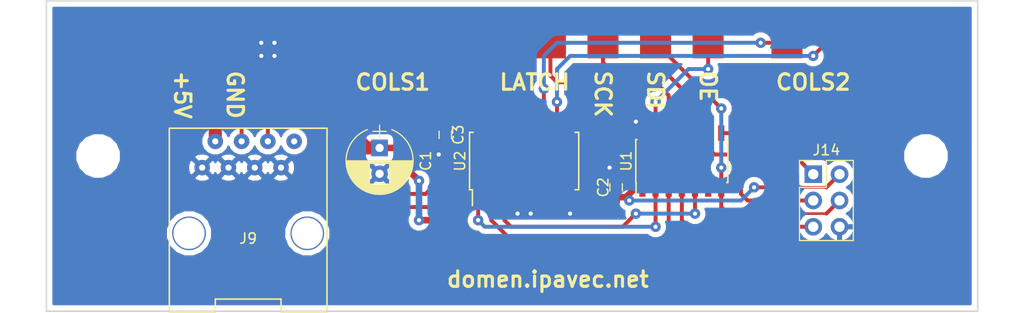
<source format=kicad_pcb>
(kicad_pcb (version 4) (host pcbnew 4.0.7-e2-6376~58~ubuntu17.04.1)

  (general
    (links 39)
    (no_connects 0)
    (area 102.888857 94.924999 202.111143 125.424001)
    (thickness 1.6)
    (drawings 13)
    (tracks 209)
    (zones 0)
    (modules 21)
    (nets 24)
  )

  (page A4)
  (layers
    (0 F.Cu signal)
    (31 B.Cu signal)
    (32 B.Adhes user)
    (33 F.Adhes user)
    (34 B.Paste user)
    (35 F.Paste user)
    (36 B.SilkS user)
    (37 F.SilkS user)
    (38 B.Mask user)
    (39 F.Mask user)
    (40 Dwgs.User user)
    (41 Cmts.User user)
    (42 Eco1.User user)
    (43 Eco2.User user)
    (44 Edge.Cuts user)
    (45 Margin user)
    (46 B.CrtYd user)
    (47 F.CrtYd user)
    (48 B.Fab user)
    (49 F.Fab user)
  )

  (setup
    (last_trace_width 1.27)
    (user_trace_width 0.254)
    (user_trace_width 0.381)
    (user_trace_width 0.635)
    (user_trace_width 1.27)
    (user_trace_width 2.54)
    (trace_clearance 0.254)
    (zone_clearance 0.5)
    (zone_45_only no)
    (trace_min 0.2)
    (segment_width 0.2)
    (edge_width 0.15)
    (via_size 1)
    (via_drill 0.4)
    (via_min_size 0.4)
    (via_min_drill 0.3)
    (uvia_size 0.3)
    (uvia_drill 0.1)
    (uvias_allowed no)
    (uvia_min_size 0.2)
    (uvia_min_drill 0.1)
    (pcb_text_width 0.3)
    (pcb_text_size 1.5 1.5)
    (mod_edge_width 0.15)
    (mod_text_size 1 1)
    (mod_text_width 0.15)
    (pad_size 1.524 1.524)
    (pad_drill 0.762)
    (pad_to_mask_clearance 0.2)
    (aux_axis_origin 0 0)
    (visible_elements FFFFFF7F)
    (pcbplotparams
      (layerselection 0x010f0_80000001)
      (usegerberextensions true)
      (excludeedgelayer true)
      (linewidth 0.100000)
      (plotframeref false)
      (viasonmask false)
      (mode 1)
      (useauxorigin false)
      (hpglpennumber 1)
      (hpglpenspeed 20)
      (hpglpendiameter 15)
      (hpglpenoverlay 2)
      (psnegative false)
      (psa4output false)
      (plotreference true)
      (plotvalue true)
      (plotinvisibletext false)
      (padsonsilk false)
      (subtractmaskfromsilk false)
      (outputformat 1)
      (mirror false)
      (drillshape 0)
      (scaleselection 1)
      (outputdirectory gerbers))
  )

  (net 0 "")
  (net 1 +5V)
  (net 2 GND)
  (net 3 C1)
  (net 4 C2)
  (net 5 C3)
  (net 6 C4)
  (net 7 C5)
  (net 8 C6)
  (net 9 MOSI)
  (net 10 SCK)
  (net 11 +12V)
  (net 12 XCK)
  (net 13 RXD)
  (net 14 LATCH)
  (net 15 OE)
  (net 16 MISO)
  (net 17 RESET)
  (net 18 "Net-(U1-Pad2)")
  (net 19 "Net-(U1-Pad3)")
  (net 20 "Net-(U1-Pad5)")
  (net 21 "Net-(U1-Pad6)")
  (net 22 "Net-(U2-Pad7)")
  (net 23 "Net-(U2-Pad9)")

  (net_class Default "This is the default net class."
    (clearance 0.254)
    (trace_width 0.25)
    (via_dia 1)
    (via_drill 0.4)
    (uvia_dia 0.3)
    (uvia_drill 0.1)
    (add_net +12V)
    (add_net +5V)
    (add_net C1)
    (add_net C2)
    (add_net C3)
    (add_net C4)
    (add_net C5)
    (add_net C6)
    (add_net GND)
    (add_net LATCH)
    (add_net MISO)
    (add_net MOSI)
    (add_net "Net-(U1-Pad2)")
    (add_net "Net-(U1-Pad3)")
    (add_net "Net-(U1-Pad5)")
    (add_net "Net-(U1-Pad6)")
    (add_net "Net-(U2-Pad7)")
    (add_net "Net-(U2-Pad9)")
    (add_net OE)
    (add_net RESET)
    (add_net RXD)
    (add_net SCK)
    (add_net XCK)
  )

  (module Capacitors_THT:CP_Radial_D6.3mm_P2.50mm (layer F.Cu) (tedit 597BC7C2) (tstamp 59F785CB)
    (at 139.7 109.22 270)
    (descr "CP, Radial series, Radial, pin pitch=2.50mm, , diameter=6.3mm, Electrolytic Capacitor")
    (tags "CP Radial series Radial pin pitch 2.50mm  diameter 6.3mm Electrolytic Capacitor")
    (path /59F5D5E6)
    (fp_text reference C1 (at 1.25 -4.46 270) (layer F.SilkS)
      (effects (font (size 1 1) (thickness 0.15)))
    )
    (fp_text value 100u (at 1.25 4.46 270) (layer F.Fab)
      (effects (font (size 1 1) (thickness 0.15)))
    )
    (fp_arc (start 1.25 0) (end -1.767482 -1.18) (angle 137.3) (layer F.SilkS) (width 0.12))
    (fp_arc (start 1.25 0) (end -1.767482 1.18) (angle -137.3) (layer F.SilkS) (width 0.12))
    (fp_arc (start 1.25 0) (end 4.267482 -1.18) (angle 42.7) (layer F.SilkS) (width 0.12))
    (fp_circle (center 1.25 0) (end 4.4 0) (layer F.Fab) (width 0.1))
    (fp_line (start -2.2 0) (end -1 0) (layer F.Fab) (width 0.1))
    (fp_line (start -1.6 -0.65) (end -1.6 0.65) (layer F.Fab) (width 0.1))
    (fp_line (start 1.25 -3.2) (end 1.25 3.2) (layer F.SilkS) (width 0.12))
    (fp_line (start 1.29 -3.2) (end 1.29 3.2) (layer F.SilkS) (width 0.12))
    (fp_line (start 1.33 -3.2) (end 1.33 3.2) (layer F.SilkS) (width 0.12))
    (fp_line (start 1.37 -3.198) (end 1.37 3.198) (layer F.SilkS) (width 0.12))
    (fp_line (start 1.41 -3.197) (end 1.41 3.197) (layer F.SilkS) (width 0.12))
    (fp_line (start 1.45 -3.194) (end 1.45 3.194) (layer F.SilkS) (width 0.12))
    (fp_line (start 1.49 -3.192) (end 1.49 3.192) (layer F.SilkS) (width 0.12))
    (fp_line (start 1.53 -3.188) (end 1.53 -0.98) (layer F.SilkS) (width 0.12))
    (fp_line (start 1.53 0.98) (end 1.53 3.188) (layer F.SilkS) (width 0.12))
    (fp_line (start 1.57 -3.185) (end 1.57 -0.98) (layer F.SilkS) (width 0.12))
    (fp_line (start 1.57 0.98) (end 1.57 3.185) (layer F.SilkS) (width 0.12))
    (fp_line (start 1.61 -3.18) (end 1.61 -0.98) (layer F.SilkS) (width 0.12))
    (fp_line (start 1.61 0.98) (end 1.61 3.18) (layer F.SilkS) (width 0.12))
    (fp_line (start 1.65 -3.176) (end 1.65 -0.98) (layer F.SilkS) (width 0.12))
    (fp_line (start 1.65 0.98) (end 1.65 3.176) (layer F.SilkS) (width 0.12))
    (fp_line (start 1.69 -3.17) (end 1.69 -0.98) (layer F.SilkS) (width 0.12))
    (fp_line (start 1.69 0.98) (end 1.69 3.17) (layer F.SilkS) (width 0.12))
    (fp_line (start 1.73 -3.165) (end 1.73 -0.98) (layer F.SilkS) (width 0.12))
    (fp_line (start 1.73 0.98) (end 1.73 3.165) (layer F.SilkS) (width 0.12))
    (fp_line (start 1.77 -3.158) (end 1.77 -0.98) (layer F.SilkS) (width 0.12))
    (fp_line (start 1.77 0.98) (end 1.77 3.158) (layer F.SilkS) (width 0.12))
    (fp_line (start 1.81 -3.152) (end 1.81 -0.98) (layer F.SilkS) (width 0.12))
    (fp_line (start 1.81 0.98) (end 1.81 3.152) (layer F.SilkS) (width 0.12))
    (fp_line (start 1.85 -3.144) (end 1.85 -0.98) (layer F.SilkS) (width 0.12))
    (fp_line (start 1.85 0.98) (end 1.85 3.144) (layer F.SilkS) (width 0.12))
    (fp_line (start 1.89 -3.137) (end 1.89 -0.98) (layer F.SilkS) (width 0.12))
    (fp_line (start 1.89 0.98) (end 1.89 3.137) (layer F.SilkS) (width 0.12))
    (fp_line (start 1.93 -3.128) (end 1.93 -0.98) (layer F.SilkS) (width 0.12))
    (fp_line (start 1.93 0.98) (end 1.93 3.128) (layer F.SilkS) (width 0.12))
    (fp_line (start 1.971 -3.119) (end 1.971 -0.98) (layer F.SilkS) (width 0.12))
    (fp_line (start 1.971 0.98) (end 1.971 3.119) (layer F.SilkS) (width 0.12))
    (fp_line (start 2.011 -3.11) (end 2.011 -0.98) (layer F.SilkS) (width 0.12))
    (fp_line (start 2.011 0.98) (end 2.011 3.11) (layer F.SilkS) (width 0.12))
    (fp_line (start 2.051 -3.1) (end 2.051 -0.98) (layer F.SilkS) (width 0.12))
    (fp_line (start 2.051 0.98) (end 2.051 3.1) (layer F.SilkS) (width 0.12))
    (fp_line (start 2.091 -3.09) (end 2.091 -0.98) (layer F.SilkS) (width 0.12))
    (fp_line (start 2.091 0.98) (end 2.091 3.09) (layer F.SilkS) (width 0.12))
    (fp_line (start 2.131 -3.079) (end 2.131 -0.98) (layer F.SilkS) (width 0.12))
    (fp_line (start 2.131 0.98) (end 2.131 3.079) (layer F.SilkS) (width 0.12))
    (fp_line (start 2.171 -3.067) (end 2.171 -0.98) (layer F.SilkS) (width 0.12))
    (fp_line (start 2.171 0.98) (end 2.171 3.067) (layer F.SilkS) (width 0.12))
    (fp_line (start 2.211 -3.055) (end 2.211 -0.98) (layer F.SilkS) (width 0.12))
    (fp_line (start 2.211 0.98) (end 2.211 3.055) (layer F.SilkS) (width 0.12))
    (fp_line (start 2.251 -3.042) (end 2.251 -0.98) (layer F.SilkS) (width 0.12))
    (fp_line (start 2.251 0.98) (end 2.251 3.042) (layer F.SilkS) (width 0.12))
    (fp_line (start 2.291 -3.029) (end 2.291 -0.98) (layer F.SilkS) (width 0.12))
    (fp_line (start 2.291 0.98) (end 2.291 3.029) (layer F.SilkS) (width 0.12))
    (fp_line (start 2.331 -3.015) (end 2.331 -0.98) (layer F.SilkS) (width 0.12))
    (fp_line (start 2.331 0.98) (end 2.331 3.015) (layer F.SilkS) (width 0.12))
    (fp_line (start 2.371 -3.001) (end 2.371 -0.98) (layer F.SilkS) (width 0.12))
    (fp_line (start 2.371 0.98) (end 2.371 3.001) (layer F.SilkS) (width 0.12))
    (fp_line (start 2.411 -2.986) (end 2.411 -0.98) (layer F.SilkS) (width 0.12))
    (fp_line (start 2.411 0.98) (end 2.411 2.986) (layer F.SilkS) (width 0.12))
    (fp_line (start 2.451 -2.97) (end 2.451 -0.98) (layer F.SilkS) (width 0.12))
    (fp_line (start 2.451 0.98) (end 2.451 2.97) (layer F.SilkS) (width 0.12))
    (fp_line (start 2.491 -2.954) (end 2.491 -0.98) (layer F.SilkS) (width 0.12))
    (fp_line (start 2.491 0.98) (end 2.491 2.954) (layer F.SilkS) (width 0.12))
    (fp_line (start 2.531 -2.937) (end 2.531 -0.98) (layer F.SilkS) (width 0.12))
    (fp_line (start 2.531 0.98) (end 2.531 2.937) (layer F.SilkS) (width 0.12))
    (fp_line (start 2.571 -2.919) (end 2.571 -0.98) (layer F.SilkS) (width 0.12))
    (fp_line (start 2.571 0.98) (end 2.571 2.919) (layer F.SilkS) (width 0.12))
    (fp_line (start 2.611 -2.901) (end 2.611 -0.98) (layer F.SilkS) (width 0.12))
    (fp_line (start 2.611 0.98) (end 2.611 2.901) (layer F.SilkS) (width 0.12))
    (fp_line (start 2.651 -2.882) (end 2.651 -0.98) (layer F.SilkS) (width 0.12))
    (fp_line (start 2.651 0.98) (end 2.651 2.882) (layer F.SilkS) (width 0.12))
    (fp_line (start 2.691 -2.863) (end 2.691 -0.98) (layer F.SilkS) (width 0.12))
    (fp_line (start 2.691 0.98) (end 2.691 2.863) (layer F.SilkS) (width 0.12))
    (fp_line (start 2.731 -2.843) (end 2.731 -0.98) (layer F.SilkS) (width 0.12))
    (fp_line (start 2.731 0.98) (end 2.731 2.843) (layer F.SilkS) (width 0.12))
    (fp_line (start 2.771 -2.822) (end 2.771 -0.98) (layer F.SilkS) (width 0.12))
    (fp_line (start 2.771 0.98) (end 2.771 2.822) (layer F.SilkS) (width 0.12))
    (fp_line (start 2.811 -2.8) (end 2.811 -0.98) (layer F.SilkS) (width 0.12))
    (fp_line (start 2.811 0.98) (end 2.811 2.8) (layer F.SilkS) (width 0.12))
    (fp_line (start 2.851 -2.778) (end 2.851 -0.98) (layer F.SilkS) (width 0.12))
    (fp_line (start 2.851 0.98) (end 2.851 2.778) (layer F.SilkS) (width 0.12))
    (fp_line (start 2.891 -2.755) (end 2.891 -0.98) (layer F.SilkS) (width 0.12))
    (fp_line (start 2.891 0.98) (end 2.891 2.755) (layer F.SilkS) (width 0.12))
    (fp_line (start 2.931 -2.731) (end 2.931 -0.98) (layer F.SilkS) (width 0.12))
    (fp_line (start 2.931 0.98) (end 2.931 2.731) (layer F.SilkS) (width 0.12))
    (fp_line (start 2.971 -2.706) (end 2.971 -0.98) (layer F.SilkS) (width 0.12))
    (fp_line (start 2.971 0.98) (end 2.971 2.706) (layer F.SilkS) (width 0.12))
    (fp_line (start 3.011 -2.681) (end 3.011 -0.98) (layer F.SilkS) (width 0.12))
    (fp_line (start 3.011 0.98) (end 3.011 2.681) (layer F.SilkS) (width 0.12))
    (fp_line (start 3.051 -2.654) (end 3.051 -0.98) (layer F.SilkS) (width 0.12))
    (fp_line (start 3.051 0.98) (end 3.051 2.654) (layer F.SilkS) (width 0.12))
    (fp_line (start 3.091 -2.627) (end 3.091 -0.98) (layer F.SilkS) (width 0.12))
    (fp_line (start 3.091 0.98) (end 3.091 2.627) (layer F.SilkS) (width 0.12))
    (fp_line (start 3.131 -2.599) (end 3.131 -0.98) (layer F.SilkS) (width 0.12))
    (fp_line (start 3.131 0.98) (end 3.131 2.599) (layer F.SilkS) (width 0.12))
    (fp_line (start 3.171 -2.57) (end 3.171 -0.98) (layer F.SilkS) (width 0.12))
    (fp_line (start 3.171 0.98) (end 3.171 2.57) (layer F.SilkS) (width 0.12))
    (fp_line (start 3.211 -2.54) (end 3.211 -0.98) (layer F.SilkS) (width 0.12))
    (fp_line (start 3.211 0.98) (end 3.211 2.54) (layer F.SilkS) (width 0.12))
    (fp_line (start 3.251 -2.51) (end 3.251 -0.98) (layer F.SilkS) (width 0.12))
    (fp_line (start 3.251 0.98) (end 3.251 2.51) (layer F.SilkS) (width 0.12))
    (fp_line (start 3.291 -2.478) (end 3.291 -0.98) (layer F.SilkS) (width 0.12))
    (fp_line (start 3.291 0.98) (end 3.291 2.478) (layer F.SilkS) (width 0.12))
    (fp_line (start 3.331 -2.445) (end 3.331 -0.98) (layer F.SilkS) (width 0.12))
    (fp_line (start 3.331 0.98) (end 3.331 2.445) (layer F.SilkS) (width 0.12))
    (fp_line (start 3.371 -2.411) (end 3.371 -0.98) (layer F.SilkS) (width 0.12))
    (fp_line (start 3.371 0.98) (end 3.371 2.411) (layer F.SilkS) (width 0.12))
    (fp_line (start 3.411 -2.375) (end 3.411 -0.98) (layer F.SilkS) (width 0.12))
    (fp_line (start 3.411 0.98) (end 3.411 2.375) (layer F.SilkS) (width 0.12))
    (fp_line (start 3.451 -2.339) (end 3.451 -0.98) (layer F.SilkS) (width 0.12))
    (fp_line (start 3.451 0.98) (end 3.451 2.339) (layer F.SilkS) (width 0.12))
    (fp_line (start 3.491 -2.301) (end 3.491 2.301) (layer F.SilkS) (width 0.12))
    (fp_line (start 3.531 -2.262) (end 3.531 2.262) (layer F.SilkS) (width 0.12))
    (fp_line (start 3.571 -2.222) (end 3.571 2.222) (layer F.SilkS) (width 0.12))
    (fp_line (start 3.611 -2.18) (end 3.611 2.18) (layer F.SilkS) (width 0.12))
    (fp_line (start 3.651 -2.137) (end 3.651 2.137) (layer F.SilkS) (width 0.12))
    (fp_line (start 3.691 -2.092) (end 3.691 2.092) (layer F.SilkS) (width 0.12))
    (fp_line (start 3.731 -2.045) (end 3.731 2.045) (layer F.SilkS) (width 0.12))
    (fp_line (start 3.771 -1.997) (end 3.771 1.997) (layer F.SilkS) (width 0.12))
    (fp_line (start 3.811 -1.946) (end 3.811 1.946) (layer F.SilkS) (width 0.12))
    (fp_line (start 3.851 -1.894) (end 3.851 1.894) (layer F.SilkS) (width 0.12))
    (fp_line (start 3.891 -1.839) (end 3.891 1.839) (layer F.SilkS) (width 0.12))
    (fp_line (start 3.931 -1.781) (end 3.931 1.781) (layer F.SilkS) (width 0.12))
    (fp_line (start 3.971 -1.721) (end 3.971 1.721) (layer F.SilkS) (width 0.12))
    (fp_line (start 4.011 -1.658) (end 4.011 1.658) (layer F.SilkS) (width 0.12))
    (fp_line (start 4.051 -1.591) (end 4.051 1.591) (layer F.SilkS) (width 0.12))
    (fp_line (start 4.091 -1.52) (end 4.091 1.52) (layer F.SilkS) (width 0.12))
    (fp_line (start 4.131 -1.445) (end 4.131 1.445) (layer F.SilkS) (width 0.12))
    (fp_line (start 4.171 -1.364) (end 4.171 1.364) (layer F.SilkS) (width 0.12))
    (fp_line (start 4.211 -1.278) (end 4.211 1.278) (layer F.SilkS) (width 0.12))
    (fp_line (start 4.251 -1.184) (end 4.251 1.184) (layer F.SilkS) (width 0.12))
    (fp_line (start 4.291 -1.081) (end 4.291 1.081) (layer F.SilkS) (width 0.12))
    (fp_line (start 4.331 -0.966) (end 4.331 0.966) (layer F.SilkS) (width 0.12))
    (fp_line (start 4.371 -0.834) (end 4.371 0.834) (layer F.SilkS) (width 0.12))
    (fp_line (start 4.411 -0.676) (end 4.411 0.676) (layer F.SilkS) (width 0.12))
    (fp_line (start 4.451 -0.468) (end 4.451 0.468) (layer F.SilkS) (width 0.12))
    (fp_line (start -2.2 0) (end -1 0) (layer F.SilkS) (width 0.12))
    (fp_line (start -1.6 -0.65) (end -1.6 0.65) (layer F.SilkS) (width 0.12))
    (fp_line (start -2.25 -3.5) (end -2.25 3.5) (layer F.CrtYd) (width 0.05))
    (fp_line (start -2.25 3.5) (end 4.75 3.5) (layer F.CrtYd) (width 0.05))
    (fp_line (start 4.75 3.5) (end 4.75 -3.5) (layer F.CrtYd) (width 0.05))
    (fp_line (start 4.75 -3.5) (end -2.25 -3.5) (layer F.CrtYd) (width 0.05))
    (fp_text user %R (at 1.25 0 270) (layer F.Fab)
      (effects (font (size 1 1) (thickness 0.15)))
    )
    (pad 1 thru_hole rect (at 0 0 270) (size 1.6 1.6) (drill 0.8) (layers *.Cu *.Mask)
      (net 1 +5V))
    (pad 2 thru_hole circle (at 2.5 0 270) (size 1.6 1.6) (drill 0.8) (layers *.Cu *.Mask)
      (net 2 GND))
    (model ${KISYS3DMOD}/Capacitors_THT.3dshapes/CP_Radial_D6.3mm_P2.50mm.wrl
      (at (xyz 0 0 0))
      (scale (xyz 1 1 1))
      (rotate (xyz 0 0 0))
    )
  )

  (module Capacitors_SMD:C_0603_HandSoldering (layer F.Cu) (tedit 58AA848B) (tstamp 59F785D1)
    (at 162.56 113.03 90)
    (descr "Capacitor SMD 0603, hand soldering")
    (tags "capacitor 0603")
    (path /59F5B164)
    (attr smd)
    (fp_text reference C2 (at 0 -1.25 90) (layer F.SilkS)
      (effects (font (size 1 1) (thickness 0.15)))
    )
    (fp_text value 100n (at 0 1.5 90) (layer F.Fab)
      (effects (font (size 1 1) (thickness 0.15)))
    )
    (fp_text user %R (at 0 -1.25 90) (layer F.Fab)
      (effects (font (size 1 1) (thickness 0.15)))
    )
    (fp_line (start -0.8 0.4) (end -0.8 -0.4) (layer F.Fab) (width 0.1))
    (fp_line (start 0.8 0.4) (end -0.8 0.4) (layer F.Fab) (width 0.1))
    (fp_line (start 0.8 -0.4) (end 0.8 0.4) (layer F.Fab) (width 0.1))
    (fp_line (start -0.8 -0.4) (end 0.8 -0.4) (layer F.Fab) (width 0.1))
    (fp_line (start -0.35 -0.6) (end 0.35 -0.6) (layer F.SilkS) (width 0.12))
    (fp_line (start 0.35 0.6) (end -0.35 0.6) (layer F.SilkS) (width 0.12))
    (fp_line (start -1.8 -0.65) (end 1.8 -0.65) (layer F.CrtYd) (width 0.05))
    (fp_line (start -1.8 -0.65) (end -1.8 0.65) (layer F.CrtYd) (width 0.05))
    (fp_line (start 1.8 0.65) (end 1.8 -0.65) (layer F.CrtYd) (width 0.05))
    (fp_line (start 1.8 0.65) (end -1.8 0.65) (layer F.CrtYd) (width 0.05))
    (pad 1 smd rect (at -0.95 0 90) (size 1.2 0.75) (layers F.Cu F.Paste F.Mask)
      (net 1 +5V))
    (pad 2 smd rect (at 0.95 0 90) (size 1.2 0.75) (layers F.Cu F.Paste F.Mask)
      (net 2 GND))
    (model Capacitors_SMD.3dshapes/C_0603.wrl
      (at (xyz 0 0 0))
      (scale (xyz 1 1 1))
      (rotate (xyz 0 0 0))
    )
  )

  (module Measurement_Points:Measurement_Point_Square-SMD-Pad_Big (layer F.Cu) (tedit 59F79445) (tstamp 59F785D6)
    (at 133.35 99.06 180)
    (descr "Mesurement Point, Square, SMD Pad,  3mm x 3mm,")
    (tags "Mesurement Point Square SMD Pad 3x3mm")
    (path /59F5B245)
    (attr virtual)
    (fp_text reference J1 (at 0 -3 180) (layer F.SilkS) hide
      (effects (font (size 1 1) (thickness 0.15)))
    )
    (fp_text value Conn_01x01 (at 0 3 180) (layer F.Fab)
      (effects (font (size 1 1) (thickness 0.15)))
    )
    (fp_line (start -1.75 -1.75) (end 1.75 -1.75) (layer F.CrtYd) (width 0.05))
    (fp_line (start 1.75 -1.75) (end 1.75 1.75) (layer F.CrtYd) (width 0.05))
    (fp_line (start 1.75 1.75) (end -1.75 1.75) (layer F.CrtYd) (width 0.05))
    (fp_line (start -1.75 1.75) (end -1.75 -1.75) (layer F.CrtYd) (width 0.05))
    (pad 1 smd rect (at 0 0 180) (size 3 3) (layers F.Cu F.Mask)
      (net 3 C1))
  )

  (module Measurement_Points:Measurement_Point_Square-SMD-Pad_Big (layer F.Cu) (tedit 59F79442) (tstamp 59F785DB)
    (at 138.43 99.06 180)
    (descr "Mesurement Point, Square, SMD Pad,  3mm x 3mm,")
    (tags "Mesurement Point Square SMD Pad 3x3mm")
    (path /59F5B386)
    (attr virtual)
    (fp_text reference J2 (at 0 -3 180) (layer F.SilkS) hide
      (effects (font (size 1 1) (thickness 0.15)))
    )
    (fp_text value Conn_01x01 (at 0 3 180) (layer F.Fab)
      (effects (font (size 1 1) (thickness 0.15)))
    )
    (fp_line (start -1.75 -1.75) (end 1.75 -1.75) (layer F.CrtYd) (width 0.05))
    (fp_line (start 1.75 -1.75) (end 1.75 1.75) (layer F.CrtYd) (width 0.05))
    (fp_line (start 1.75 1.75) (end -1.75 1.75) (layer F.CrtYd) (width 0.05))
    (fp_line (start -1.75 1.75) (end -1.75 -1.75) (layer F.CrtYd) (width 0.05))
    (pad 1 smd rect (at 0 0 180) (size 3 3) (layers F.Cu F.Mask)
      (net 4 C2))
  )

  (module Measurement_Points:Measurement_Point_Square-SMD-Pad_Big (layer F.Cu) (tedit 59F79440) (tstamp 59F785E0)
    (at 143.51 99.06 180)
    (descr "Mesurement Point, Square, SMD Pad,  3mm x 3mm,")
    (tags "Mesurement Point Square SMD Pad 3x3mm")
    (path /59F5B3B6)
    (attr virtual)
    (fp_text reference J3 (at 0 -3 180) (layer F.SilkS) hide
      (effects (font (size 1 1) (thickness 0.15)))
    )
    (fp_text value Conn_01x01 (at 0 3 180) (layer F.Fab)
      (effects (font (size 1 1) (thickness 0.15)))
    )
    (fp_line (start -1.75 -1.75) (end 1.75 -1.75) (layer F.CrtYd) (width 0.05))
    (fp_line (start 1.75 -1.75) (end 1.75 1.75) (layer F.CrtYd) (width 0.05))
    (fp_line (start 1.75 1.75) (end -1.75 1.75) (layer F.CrtYd) (width 0.05))
    (fp_line (start -1.75 1.75) (end -1.75 -1.75) (layer F.CrtYd) (width 0.05))
    (pad 1 smd rect (at 0 0 180) (size 3 3) (layers F.Cu F.Mask)
      (net 5 C3))
  )

  (module Measurement_Points:Measurement_Point_Square-SMD-Pad_Big (layer F.Cu) (tedit 59F7943E) (tstamp 59F785E5)
    (at 148.59 99.06 180)
    (descr "Mesurement Point, Square, SMD Pad,  3mm x 3mm,")
    (tags "Mesurement Point Square SMD Pad 3x3mm")
    (path /59F5B3E3)
    (attr virtual)
    (fp_text reference J4 (at 0 -3 180) (layer F.SilkS) hide
      (effects (font (size 1 1) (thickness 0.15)))
    )
    (fp_text value Conn_01x01 (at 0 3 180) (layer F.Fab)
      (effects (font (size 1 1) (thickness 0.15)))
    )
    (fp_line (start -1.75 -1.75) (end 1.75 -1.75) (layer F.CrtYd) (width 0.05))
    (fp_line (start 1.75 -1.75) (end 1.75 1.75) (layer F.CrtYd) (width 0.05))
    (fp_line (start 1.75 1.75) (end -1.75 1.75) (layer F.CrtYd) (width 0.05))
    (fp_line (start -1.75 1.75) (end -1.75 -1.75) (layer F.CrtYd) (width 0.05))
    (pad 1 smd rect (at 0 0 180) (size 3 3) (layers F.Cu F.Mask)
      (net 6 C4))
  )

  (module Measurement_Points:Measurement_Point_Square-SMD-Pad_Big (layer F.Cu) (tedit 59F79431) (tstamp 59F785EA)
    (at 179.07 99.06 180)
    (descr "Mesurement Point, Square, SMD Pad,  3mm x 3mm,")
    (tags "Mesurement Point Square SMD Pad 3x3mm")
    (path /59F5B427)
    (attr virtual)
    (fp_text reference J5 (at 0 -3 180) (layer F.SilkS) hide
      (effects (font (size 1 1) (thickness 0.15)))
    )
    (fp_text value Conn_01x01 (at 0 3 180) (layer F.Fab)
      (effects (font (size 1 1) (thickness 0.15)))
    )
    (fp_line (start -1.75 -1.75) (end 1.75 -1.75) (layer F.CrtYd) (width 0.05))
    (fp_line (start 1.75 -1.75) (end 1.75 1.75) (layer F.CrtYd) (width 0.05))
    (fp_line (start 1.75 1.75) (end -1.75 1.75) (layer F.CrtYd) (width 0.05))
    (fp_line (start -1.75 1.75) (end -1.75 -1.75) (layer F.CrtYd) (width 0.05))
    (pad 1 smd rect (at 0 0 180) (size 3 3) (layers F.Cu F.Mask)
      (net 7 C5))
  )

  (module Measurement_Points:Measurement_Point_Square-SMD-Pad_Big (layer F.Cu) (tedit 59F7942F) (tstamp 59F785EF)
    (at 184.15 99.06 180)
    (descr "Mesurement Point, Square, SMD Pad,  3mm x 3mm,")
    (tags "Mesurement Point Square SMD Pad 3x3mm")
    (path /59F5B45A)
    (attr virtual)
    (fp_text reference J6 (at 0 -3 180) (layer F.SilkS) hide
      (effects (font (size 1 1) (thickness 0.15)))
    )
    (fp_text value Conn_01x01 (at 0 3 180) (layer F.Fab)
      (effects (font (size 1 1) (thickness 0.15)))
    )
    (fp_line (start -1.75 -1.75) (end 1.75 -1.75) (layer F.CrtYd) (width 0.05))
    (fp_line (start 1.75 -1.75) (end 1.75 1.75) (layer F.CrtYd) (width 0.05))
    (fp_line (start 1.75 1.75) (end -1.75 1.75) (layer F.CrtYd) (width 0.05))
    (fp_line (start -1.75 1.75) (end -1.75 -1.75) (layer F.CrtYd) (width 0.05))
    (pad 1 smd rect (at 0 0 180) (size 3 3) (layers F.Cu F.Mask)
      (net 8 C6))
  )

  (module Measurement_Points:Measurement_Point_Square-SMD-Pad_Big (layer F.Cu) (tedit 59F79436) (tstamp 59F785F4)
    (at 166.37 99.06 180)
    (descr "Mesurement Point, Square, SMD Pad,  3mm x 3mm,")
    (tags "Mesurement Point Square SMD Pad 3x3mm")
    (path /59F5B6C3)
    (attr virtual)
    (fp_text reference J7 (at 0 -3 180) (layer F.SilkS) hide
      (effects (font (size 1 1) (thickness 0.15)))
    )
    (fp_text value Conn_01x01 (at 0 3 180) (layer F.Fab)
      (effects (font (size 1 1) (thickness 0.15)))
    )
    (fp_line (start -1.75 -1.75) (end 1.75 -1.75) (layer F.CrtYd) (width 0.05))
    (fp_line (start 1.75 -1.75) (end 1.75 1.75) (layer F.CrtYd) (width 0.05))
    (fp_line (start 1.75 1.75) (end -1.75 1.75) (layer F.CrtYd) (width 0.05))
    (fp_line (start -1.75 1.75) (end -1.75 -1.75) (layer F.CrtYd) (width 0.05))
    (pad 1 smd rect (at 0 0 180) (size 3 3) (layers F.Cu F.Mask)
      (net 9 MOSI))
  )

  (module Measurement_Points:Measurement_Point_Square-SMD-Pad_Big (layer F.Cu) (tedit 59F7943A) (tstamp 59F785F9)
    (at 161.29 99.06 180)
    (descr "Mesurement Point, Square, SMD Pad,  3mm x 3mm,")
    (tags "Mesurement Point Square SMD Pad 3x3mm")
    (path /59F5B720)
    (attr virtual)
    (fp_text reference J8 (at 0 -3 180) (layer F.SilkS) hide
      (effects (font (size 1 1) (thickness 0.15)))
    )
    (fp_text value Conn_01x01 (at 0 3 180) (layer F.Fab)
      (effects (font (size 1 1) (thickness 0.15)))
    )
    (fp_line (start -1.75 -1.75) (end 1.75 -1.75) (layer F.CrtYd) (width 0.05))
    (fp_line (start 1.75 -1.75) (end 1.75 1.75) (layer F.CrtYd) (width 0.05))
    (fp_line (start 1.75 1.75) (end -1.75 1.75) (layer F.CrtYd) (width 0.05))
    (fp_line (start -1.75 1.75) (end -1.75 -1.75) (layer F.CrtYd) (width 0.05))
    (pad 1 smd rect (at 0 0 180) (size 3 3) (layers F.Cu F.Mask)
      (net 10 SCK))
  )

  (module rj45:RJ45 (layer F.Cu) (tedit 57F01A1E) (tstamp 59F78607)
    (at 127 117.475)
    (path /59F78240)
    (fp_text reference J9 (at 0 0.5) (layer F.SilkS)
      (effects (font (size 1 1) (thickness 0.15)))
    )
    (fp_text value RJ45 (at 0 -0.5) (layer F.Fab)
      (effects (font (size 1 1) (thickness 0.15)))
    )
    (fp_line (start -7.62 7.62) (end -3.175 7.62) (layer F.SilkS) (width 0.15))
    (fp_line (start 3.175 7.62) (end 7.62 7.62) (layer F.SilkS) (width 0.15))
    (fp_line (start -3.175 7.62) (end -3.175 6.35) (layer F.SilkS) (width 0.15))
    (fp_line (start -3.175 6.35) (end 3.175 6.35) (layer F.SilkS) (width 0.15))
    (fp_line (start 3.175 6.35) (end 3.175 7.62) (layer F.SilkS) (width 0.15))
    (fp_line (start -7.62 7.62) (end -7.62 -10.16) (layer F.SilkS) (width 0.15))
    (fp_line (start -7.62 -10.16) (end 7.62 -10.16) (layer F.SilkS) (width 0.15))
    (fp_line (start 7.62 -10.16) (end 7.62 7.62) (layer F.SilkS) (width 0.15))
    (pad "" np_thru_hole circle (at 5.715 0) (size 3.25 3.25) (drill 3) (layers *.Cu *.Mask))
    (pad "" np_thru_hole circle (at -5.715 0) (size 3.25 3.25) (drill 3) (layers *.Cu *.Mask))
    (pad 8 thru_hole circle (at 4.445 -8.89) (size 1.5 1.5) (drill 0.6) (layers *.Cu *.Mask)
      (net 11 +12V))
    (pad 7 thru_hole circle (at 3.175 -6.35) (size 1.5 1.5) (drill 0.6) (layers *.Cu *.Mask)
      (net 2 GND))
    (pad 6 thru_hole circle (at 1.905 -8.89) (size 1.5 1.5) (drill 0.6) (layers *.Cu *.Mask)
      (net 12 XCK))
    (pad 5 thru_hole circle (at 0.635 -6.35) (size 1.5 1.5) (drill 0.6) (layers *.Cu *.Mask)
      (net 2 GND))
    (pad 4 thru_hole circle (at -0.635 -8.89) (size 1.5 1.5) (drill 0.6) (layers *.Cu *.Mask)
      (net 13 RXD))
    (pad 3 thru_hole circle (at -1.905 -6.35) (size 1.5 1.5) (drill 0.6) (layers *.Cu *.Mask)
      (net 2 GND))
    (pad 2 thru_hole circle (at -3.175 -8.89) (size 1.5 1.5) (drill 0.6) (layers *.Cu *.Mask)
      (net 1 +5V))
    (pad 1 thru_hole circle (at -4.445 -6.35) (size 1.5 1.5) (drill 0.6) (layers *.Cu *.Mask)
      (net 2 GND))
  )

  (module Measurement_Points:Measurement_Point_Square-SMD-Pad_Big (layer F.Cu) (tedit 59F7943B) (tstamp 59F7860C)
    (at 156.21 99.06 180)
    (descr "Mesurement Point, Square, SMD Pad,  3mm x 3mm,")
    (tags "Mesurement Point Square SMD Pad 3x3mm")
    (path /59F5B760)
    (attr virtual)
    (fp_text reference J10 (at 0 -3 180) (layer F.SilkS) hide
      (effects (font (size 1 1) (thickness 0.15)))
    )
    (fp_text value Conn_01x01 (at 0 3 180) (layer F.Fab)
      (effects (font (size 1 1) (thickness 0.15)))
    )
    (fp_line (start -1.75 -1.75) (end 1.75 -1.75) (layer F.CrtYd) (width 0.05))
    (fp_line (start 1.75 -1.75) (end 1.75 1.75) (layer F.CrtYd) (width 0.05))
    (fp_line (start 1.75 1.75) (end -1.75 1.75) (layer F.CrtYd) (width 0.05))
    (fp_line (start -1.75 1.75) (end -1.75 -1.75) (layer F.CrtYd) (width 0.05))
    (pad 1 smd rect (at 0 0 180) (size 3 3) (layers F.Cu F.Mask)
      (net 14 LATCH))
  )

  (module Measurement_Points:Measurement_Point_Square-SMD-Pad_Big (layer F.Cu) (tedit 59F79434) (tstamp 59F78611)
    (at 171.45 99.06 180)
    (descr "Mesurement Point, Square, SMD Pad,  3mm x 3mm,")
    (tags "Mesurement Point Square SMD Pad 3x3mm")
    (path /59F5B79F)
    (attr virtual)
    (fp_text reference J11 (at 0 -3 180) (layer F.SilkS) hide
      (effects (font (size 1 1) (thickness 0.15)))
    )
    (fp_text value Conn_01x01 (at 0 3 180) (layer F.Fab)
      (effects (font (size 1 1) (thickness 0.15)))
    )
    (fp_line (start -1.75 -1.75) (end 1.75 -1.75) (layer F.CrtYd) (width 0.05))
    (fp_line (start 1.75 -1.75) (end 1.75 1.75) (layer F.CrtYd) (width 0.05))
    (fp_line (start 1.75 1.75) (end -1.75 1.75) (layer F.CrtYd) (width 0.05))
    (fp_line (start -1.75 1.75) (end -1.75 -1.75) (layer F.CrtYd) (width 0.05))
    (pad 1 smd rect (at 0 0 180) (size 3 3) (layers F.Cu F.Mask)
      (net 15 OE))
  )

  (module Measurement_Points:Measurement_Point_Square-SMD-Pad_Big (layer F.Cu) (tedit 59F7944B) (tstamp 59F78616)
    (at 120.65 99.06 180)
    (descr "Mesurement Point, Square, SMD Pad,  3mm x 3mm,")
    (tags "Mesurement Point Square SMD Pad 3x3mm")
    (path /59F5AEA0)
    (attr virtual)
    (fp_text reference J12 (at 0 -3 180) (layer F.SilkS) hide
      (effects (font (size 1 1) (thickness 0.15)))
    )
    (fp_text value Conn_01x01 (at 0 3 180) (layer F.Fab)
      (effects (font (size 1 1) (thickness 0.15)))
    )
    (fp_line (start -1.75 -1.75) (end 1.75 -1.75) (layer F.CrtYd) (width 0.05))
    (fp_line (start 1.75 -1.75) (end 1.75 1.75) (layer F.CrtYd) (width 0.05))
    (fp_line (start 1.75 1.75) (end -1.75 1.75) (layer F.CrtYd) (width 0.05))
    (fp_line (start -1.75 1.75) (end -1.75 -1.75) (layer F.CrtYd) (width 0.05))
    (pad 1 smd rect (at 0 0 180) (size 3 3) (layers F.Cu F.Mask)
      (net 1 +5V))
  )

  (module Measurement_Points:Measurement_Point_Square-SMD-Pad_Big (layer F.Cu) (tedit 59F79449) (tstamp 59F7861B)
    (at 125.73 99.06 180)
    (descr "Mesurement Point, Square, SMD Pad,  3mm x 3mm,")
    (tags "Mesurement Point Square SMD Pad 3x3mm")
    (path /59F5AF47)
    (attr virtual)
    (fp_text reference J13 (at 0 -3 180) (layer F.SilkS) hide
      (effects (font (size 1 1) (thickness 0.15)))
    )
    (fp_text value Conn_01x01 (at 0 3 180) (layer F.Fab)
      (effects (font (size 1 1) (thickness 0.15)))
    )
    (fp_line (start -1.75 -1.75) (end 1.75 -1.75) (layer F.CrtYd) (width 0.05))
    (fp_line (start 1.75 -1.75) (end 1.75 1.75) (layer F.CrtYd) (width 0.05))
    (fp_line (start 1.75 1.75) (end -1.75 1.75) (layer F.CrtYd) (width 0.05))
    (fp_line (start -1.75 1.75) (end -1.75 -1.75) (layer F.CrtYd) (width 0.05))
    (pad 1 smd rect (at 0 0 180) (size 3 3) (layers F.Cu F.Mask)
      (net 2 GND))
  )

  (module Pin_Headers:Pin_Header_Straight_2x03_Pitch2.54mm (layer F.Cu) (tedit 59650532) (tstamp 59F78625)
    (at 181.61 111.76)
    (descr "Through hole straight pin header, 2x03, 2.54mm pitch, double rows")
    (tags "Through hole pin header THT 2x03 2.54mm double row")
    (path /59F5CD80)
    (fp_text reference J14 (at 1.27 -2.33) (layer F.SilkS)
      (effects (font (size 1 1) (thickness 0.15)))
    )
    (fp_text value Conn_01x06 (at 1.27 7.41) (layer F.Fab)
      (effects (font (size 1 1) (thickness 0.15)))
    )
    (fp_line (start 0 -1.27) (end 3.81 -1.27) (layer F.Fab) (width 0.1))
    (fp_line (start 3.81 -1.27) (end 3.81 6.35) (layer F.Fab) (width 0.1))
    (fp_line (start 3.81 6.35) (end -1.27 6.35) (layer F.Fab) (width 0.1))
    (fp_line (start -1.27 6.35) (end -1.27 0) (layer F.Fab) (width 0.1))
    (fp_line (start -1.27 0) (end 0 -1.27) (layer F.Fab) (width 0.1))
    (fp_line (start -1.33 6.41) (end 3.87 6.41) (layer F.SilkS) (width 0.12))
    (fp_line (start -1.33 1.27) (end -1.33 6.41) (layer F.SilkS) (width 0.12))
    (fp_line (start 3.87 -1.33) (end 3.87 6.41) (layer F.SilkS) (width 0.12))
    (fp_line (start -1.33 1.27) (end 1.27 1.27) (layer F.SilkS) (width 0.12))
    (fp_line (start 1.27 1.27) (end 1.27 -1.33) (layer F.SilkS) (width 0.12))
    (fp_line (start 1.27 -1.33) (end 3.87 -1.33) (layer F.SilkS) (width 0.12))
    (fp_line (start -1.33 0) (end -1.33 -1.33) (layer F.SilkS) (width 0.12))
    (fp_line (start -1.33 -1.33) (end 0 -1.33) (layer F.SilkS) (width 0.12))
    (fp_line (start -1.8 -1.8) (end -1.8 6.85) (layer F.CrtYd) (width 0.05))
    (fp_line (start -1.8 6.85) (end 4.35 6.85) (layer F.CrtYd) (width 0.05))
    (fp_line (start 4.35 6.85) (end 4.35 -1.8) (layer F.CrtYd) (width 0.05))
    (fp_line (start 4.35 -1.8) (end -1.8 -1.8) (layer F.CrtYd) (width 0.05))
    (fp_text user %R (at 1.27 2.54 90) (layer F.Fab)
      (effects (font (size 1 1) (thickness 0.15)))
    )
    (pad 1 thru_hole rect (at 0 0) (size 1.7 1.7) (drill 1) (layers *.Cu *.Mask)
      (net 16 MISO))
    (pad 2 thru_hole oval (at 2.54 0) (size 1.7 1.7) (drill 1) (layers *.Cu *.Mask)
      (net 1 +5V))
    (pad 3 thru_hole oval (at 0 2.54) (size 1.7 1.7) (drill 1) (layers *.Cu *.Mask)
      (net 10 SCK))
    (pad 4 thru_hole oval (at 2.54 2.54) (size 1.7 1.7) (drill 1) (layers *.Cu *.Mask)
      (net 9 MOSI))
    (pad 5 thru_hole oval (at 0 5.08) (size 1.7 1.7) (drill 1) (layers *.Cu *.Mask)
      (net 17 RESET))
    (pad 6 thru_hole oval (at 2.54 5.08) (size 1.7 1.7) (drill 1) (layers *.Cu *.Mask)
      (net 2 GND))
    (model ${KISYS3DMOD}/Pin_Headers.3dshapes/Pin_Header_Straight_2x03_Pitch2.54mm.wrl
      (at (xyz 0 0 0))
      (scale (xyz 1 1 1))
      (rotate (xyz 0 0 0))
    )
  )

  (module Housings_SOIC:SOIC-14_3.9x8.7mm_Pitch1.27mm (layer F.Cu) (tedit 58CC8F64) (tstamp 59F78637)
    (at 168.91 110.49 90)
    (descr "14-Lead Plastic Small Outline (SL) - Narrow, 3.90 mm Body [SOIC] (see Microchip Packaging Specification 00000049BS.pdf)")
    (tags "SOIC 1.27")
    (path /59F5B04A)
    (attr smd)
    (fp_text reference U1 (at 0 -5.375 90) (layer F.SilkS)
      (effects (font (size 1 1) (thickness 0.15)))
    )
    (fp_text value ATTINY841-SSU (at 0 5.375 90) (layer F.Fab)
      (effects (font (size 1 1) (thickness 0.15)))
    )
    (fp_text user %R (at 0 0 90) (layer F.Fab)
      (effects (font (size 0.9 0.9) (thickness 0.135)))
    )
    (fp_line (start -0.95 -4.35) (end 1.95 -4.35) (layer F.Fab) (width 0.15))
    (fp_line (start 1.95 -4.35) (end 1.95 4.35) (layer F.Fab) (width 0.15))
    (fp_line (start 1.95 4.35) (end -1.95 4.35) (layer F.Fab) (width 0.15))
    (fp_line (start -1.95 4.35) (end -1.95 -3.35) (layer F.Fab) (width 0.15))
    (fp_line (start -1.95 -3.35) (end -0.95 -4.35) (layer F.Fab) (width 0.15))
    (fp_line (start -3.7 -4.65) (end -3.7 4.65) (layer F.CrtYd) (width 0.05))
    (fp_line (start 3.7 -4.65) (end 3.7 4.65) (layer F.CrtYd) (width 0.05))
    (fp_line (start -3.7 -4.65) (end 3.7 -4.65) (layer F.CrtYd) (width 0.05))
    (fp_line (start -3.7 4.65) (end 3.7 4.65) (layer F.CrtYd) (width 0.05))
    (fp_line (start -2.075 -4.45) (end -2.075 -4.425) (layer F.SilkS) (width 0.15))
    (fp_line (start 2.075 -4.45) (end 2.075 -4.335) (layer F.SilkS) (width 0.15))
    (fp_line (start 2.075 4.45) (end 2.075 4.335) (layer F.SilkS) (width 0.15))
    (fp_line (start -2.075 4.45) (end -2.075 4.335) (layer F.SilkS) (width 0.15))
    (fp_line (start -2.075 -4.45) (end 2.075 -4.45) (layer F.SilkS) (width 0.15))
    (fp_line (start -2.075 4.45) (end 2.075 4.45) (layer F.SilkS) (width 0.15))
    (fp_line (start -2.075 -4.425) (end -3.45 -4.425) (layer F.SilkS) (width 0.15))
    (pad 1 smd rect (at -2.7 -3.81 90) (size 1.5 0.6) (layers F.Cu F.Paste F.Mask)
      (net 1 +5V))
    (pad 2 smd rect (at -2.7 -2.54 90) (size 1.5 0.6) (layers F.Cu F.Paste F.Mask)
      (net 18 "Net-(U1-Pad2)"))
    (pad 3 smd rect (at -2.7 -1.27 90) (size 1.5 0.6) (layers F.Cu F.Paste F.Mask)
      (net 19 "Net-(U1-Pad3)"))
    (pad 4 smd rect (at -2.7 0 90) (size 1.5 0.6) (layers F.Cu F.Paste F.Mask)
      (net 17 RESET))
    (pad 5 smd rect (at -2.7 1.27 90) (size 1.5 0.6) (layers F.Cu F.Paste F.Mask)
      (net 20 "Net-(U1-Pad5)"))
    (pad 6 smd rect (at -2.7 2.54 90) (size 1.5 0.6) (layers F.Cu F.Paste F.Mask)
      (net 21 "Net-(U1-Pad6)"))
    (pad 7 smd rect (at -2.7 3.81 90) (size 1.5 0.6) (layers F.Cu F.Paste F.Mask)
      (net 9 MOSI))
    (pad 8 smd rect (at 2.7 3.81 90) (size 1.5 0.6) (layers F.Cu F.Paste F.Mask)
      (net 16 MISO))
    (pad 9 smd rect (at 2.7 2.54 90) (size 1.5 0.6) (layers F.Cu F.Paste F.Mask)
      (net 10 SCK))
    (pad 10 smd rect (at 2.7 1.27 90) (size 1.5 0.6) (layers F.Cu F.Paste F.Mask)
      (net 12 XCK))
    (pad 11 smd rect (at 2.7 0 90) (size 1.5 0.6) (layers F.Cu F.Paste F.Mask)
      (net 13 RXD))
    (pad 12 smd rect (at 2.7 -1.27 90) (size 1.5 0.6) (layers F.Cu F.Paste F.Mask)
      (net 14 LATCH))
    (pad 13 smd rect (at 2.7 -2.54 90) (size 1.5 0.6) (layers F.Cu F.Paste F.Mask)
      (net 15 OE))
    (pad 14 smd rect (at 2.7 -3.81 90) (size 1.5 0.6) (layers F.Cu F.Paste F.Mask)
      (net 2 GND))
    (model ${KISYS3DMOD}/Housings_SOIC.3dshapes/SOIC-14_3.9x8.7mm_Pitch1.27mm.wrl
      (at (xyz 0 0 0))
      (scale (xyz 1 1 1))
      (rotate (xyz 0 0 0))
    )
  )

  (module Housings_SOIC:SOIC-16W_5.3x10.2mm_Pitch1.27mm (layer F.Cu) (tedit 59822E37) (tstamp 59F7864B)
    (at 153.67 110.49 90)
    (descr "16-Lead Plastic Small Outline (SO) - Wide, 5.3 mm Body (http://www.ti.com/lit/ml/msop002a/msop002a.pdf)")
    (tags "SOIC 1.27")
    (path /59F793F7)
    (attr smd)
    (fp_text reference U2 (at 0 -6.2 90) (layer F.SilkS)
      (effects (font (size 1 1) (thickness 0.15)))
    )
    (fp_text value 74LS138 (at 0 6.2 90) (layer F.Fab)
      (effects (font (size 1 1) (thickness 0.15)))
    )
    (fp_text user %R (at 0 0 90) (layer F.Fab)
      (effects (font (size 1 1) (thickness 0.15)))
    )
    (fp_line (start -1.65 -5.1) (end 2.65 -5.1) (layer F.Fab) (width 0.15))
    (fp_line (start 2.65 -5.1) (end 2.65 5.1) (layer F.Fab) (width 0.15))
    (fp_line (start 2.65 5.1) (end -2.65 5.1) (layer F.Fab) (width 0.15))
    (fp_line (start -2.65 5.1) (end -2.65 -4.1) (layer F.Fab) (width 0.15))
    (fp_line (start -2.65 -4.1) (end -1.65 -5.1) (layer F.Fab) (width 0.15))
    (fp_line (start -4.55 -5.45) (end -4.55 5.45) (layer F.CrtYd) (width 0.05))
    (fp_line (start 4.55 -5.45) (end 4.55 5.45) (layer F.CrtYd) (width 0.05))
    (fp_line (start -4.55 -5.45) (end 4.55 -5.45) (layer F.CrtYd) (width 0.05))
    (fp_line (start -4.55 5.45) (end 4.55 5.45) (layer F.CrtYd) (width 0.05))
    (fp_line (start -2.775 -5.275) (end -2.775 -5) (layer F.SilkS) (width 0.15))
    (fp_line (start 2.775 -5.275) (end 2.775 -4.92) (layer F.SilkS) (width 0.15))
    (fp_line (start 2.775 5.275) (end 2.775 4.92) (layer F.SilkS) (width 0.15))
    (fp_line (start -2.775 5.275) (end -2.775 4.92) (layer F.SilkS) (width 0.15))
    (fp_line (start -2.775 -5.275) (end 2.775 -5.275) (layer F.SilkS) (width 0.15))
    (fp_line (start -2.775 5.275) (end 2.775 5.275) (layer F.SilkS) (width 0.15))
    (fp_line (start -2.775 -5) (end -4.3 -5) (layer F.SilkS) (width 0.15))
    (pad 1 smd rect (at -3.55 -4.445 90) (size 1.5 0.6) (layers F.Cu F.Paste F.Mask)
      (net 18 "Net-(U1-Pad2)"))
    (pad 2 smd rect (at -3.55 -3.175 90) (size 1.5 0.6) (layers F.Cu F.Paste F.Mask)
      (net 19 "Net-(U1-Pad3)"))
    (pad 3 smd rect (at -3.55 -1.905 90) (size 1.5 0.6) (layers F.Cu F.Paste F.Mask)
      (net 20 "Net-(U1-Pad5)"))
    (pad 4 smd rect (at -3.55 -0.635 90) (size 1.5 0.6) (layers F.Cu F.Paste F.Mask)
      (net 2 GND))
    (pad 5 smd rect (at -3.55 0.635 90) (size 1.5 0.6) (layers F.Cu F.Paste F.Mask)
      (net 2 GND))
    (pad 6 smd rect (at -3.55 1.905 90) (size 1.5 0.6) (layers F.Cu F.Paste F.Mask)
      (net 1 +5V))
    (pad 7 smd rect (at -3.55 3.175 90) (size 1.5 0.6) (layers F.Cu F.Paste F.Mask)
      (net 22 "Net-(U2-Pad7)"))
    (pad 8 smd rect (at -3.55 4.445 90) (size 1.5 0.6) (layers F.Cu F.Paste F.Mask)
      (net 2 GND))
    (pad 9 smd rect (at 3.55 4.445 90) (size 1.5 0.6) (layers F.Cu F.Paste F.Mask)
      (net 23 "Net-(U2-Pad9)"))
    (pad 10 smd rect (at 3.55 3.175 90) (size 1.5 0.6) (layers F.Cu F.Paste F.Mask)
      (net 8 C6))
    (pad 11 smd rect (at 3.55 1.905 90) (size 1.5 0.6) (layers F.Cu F.Paste F.Mask)
      (net 7 C5))
    (pad 12 smd rect (at 3.55 0.635 90) (size 1.5 0.6) (layers F.Cu F.Paste F.Mask)
      (net 6 C4))
    (pad 13 smd rect (at 3.55 -0.635 90) (size 1.5 0.6) (layers F.Cu F.Paste F.Mask)
      (net 5 C3))
    (pad 14 smd rect (at 3.55 -1.905 90) (size 1.5 0.6) (layers F.Cu F.Paste F.Mask)
      (net 4 C2))
    (pad 15 smd rect (at 3.55 -3.175 90) (size 1.5 0.6) (layers F.Cu F.Paste F.Mask)
      (net 3 C1))
    (pad 16 smd rect (at 3.55 -4.445 90) (size 1.5 0.6) (layers F.Cu F.Paste F.Mask)
      (net 1 +5V))
    (model ${KISYS3DMOD}/Housings_SOIC.3dshapes/SOIC-16W_5.3x10.2mm_Pitch1.27mm.wrl
      (at (xyz 0 0 0))
      (scale (xyz 1 1 1))
      (rotate (xyz 0 0 0))
    )
  )

  (module Capacitors_SMD:C_0603_HandSoldering (layer F.Cu) (tedit 58AA848B) (tstamp 59F788E4)
    (at 146.05 107.95 270)
    (descr "Capacitor SMD 0603, hand soldering")
    (tags "capacitor 0603")
    (path /59F7A770)
    (attr smd)
    (fp_text reference C3 (at 0 -1.25 270) (layer F.SilkS)
      (effects (font (size 1 1) (thickness 0.15)))
    )
    (fp_text value 100n (at 0 1.5 270) (layer F.Fab)
      (effects (font (size 1 1) (thickness 0.15)))
    )
    (fp_text user %R (at 0 -1.25 270) (layer F.Fab)
      (effects (font (size 1 1) (thickness 0.15)))
    )
    (fp_line (start -0.8 0.4) (end -0.8 -0.4) (layer F.Fab) (width 0.1))
    (fp_line (start 0.8 0.4) (end -0.8 0.4) (layer F.Fab) (width 0.1))
    (fp_line (start 0.8 -0.4) (end 0.8 0.4) (layer F.Fab) (width 0.1))
    (fp_line (start -0.8 -0.4) (end 0.8 -0.4) (layer F.Fab) (width 0.1))
    (fp_line (start -0.35 -0.6) (end 0.35 -0.6) (layer F.SilkS) (width 0.12))
    (fp_line (start 0.35 0.6) (end -0.35 0.6) (layer F.SilkS) (width 0.12))
    (fp_line (start -1.8 -0.65) (end 1.8 -0.65) (layer F.CrtYd) (width 0.05))
    (fp_line (start -1.8 -0.65) (end -1.8 0.65) (layer F.CrtYd) (width 0.05))
    (fp_line (start 1.8 0.65) (end 1.8 -0.65) (layer F.CrtYd) (width 0.05))
    (fp_line (start 1.8 0.65) (end -1.8 0.65) (layer F.CrtYd) (width 0.05))
    (pad 1 smd rect (at -0.95 0 270) (size 1.2 0.75) (layers F.Cu F.Paste F.Mask)
      (net 1 +5V))
    (pad 2 smd rect (at 0.95 0 270) (size 1.2 0.75) (layers F.Cu F.Paste F.Mask)
      (net 2 GND))
    (model Capacitors_SMD.3dshapes/C_0603.wrl
      (at (xyz 0 0 0))
      (scale (xyz 1 1 1))
      (rotate (xyz 0 0 0))
    )
  )

  (module Mounting_Holes:MountingHole_3.2mm_M3 (layer F.Cu) (tedit 59F7942C) (tstamp 59F7932E)
    (at 192.5 110)
    (descr "Mounting Hole 3.2mm, no annular, M3")
    (tags "mounting hole 3.2mm no annular m3")
    (attr virtual)
    (fp_text reference REF** (at 0 -4.2) (layer F.SilkS) hide
      (effects (font (size 1 1) (thickness 0.15)))
    )
    (fp_text value MountingHole_3.2mm_M3 (at 0 4.2) (layer F.Fab)
      (effects (font (size 1 1) (thickness 0.15)))
    )
    (fp_text user %R (at 0.3 0) (layer F.Fab)
      (effects (font (size 1 1) (thickness 0.15)))
    )
    (fp_circle (center 0 0) (end 3.2 0) (layer Cmts.User) (width 0.15))
    (fp_circle (center 0 0) (end 3.45 0) (layer F.CrtYd) (width 0.05))
    (pad 1 np_thru_hole circle (at 0 0) (size 3.2 3.2) (drill 3.2) (layers *.Cu *.Mask))
  )

  (module Mounting_Holes:MountingHole_3.2mm_M3 (layer F.Cu) (tedit 59F7944D) (tstamp 59F79339)
    (at 112.5 110)
    (descr "Mounting Hole 3.2mm, no annular, M3")
    (tags "mounting hole 3.2mm no annular m3")
    (attr virtual)
    (fp_text reference REF** (at 0 -4.2) (layer F.SilkS) hide
      (effects (font (size 1 1) (thickness 0.15)))
    )
    (fp_text value MountingHole_3.2mm_M3 (at 0 4.2) (layer F.Fab)
      (effects (font (size 1 1) (thickness 0.15)))
    )
    (fp_text user %R (at 0.3 0) (layer F.Fab)
      (effects (font (size 1 1) (thickness 0.15)))
    )
    (fp_circle (center 0 0) (end 3.2 0) (layer Cmts.User) (width 0.15))
    (fp_circle (center 0 0) (end 3.45 0) (layer F.CrtYd) (width 0.05))
    (pad 1 np_thru_hole circle (at 0 0) (size 3.2 3.2) (drill 3.2) (layers *.Cu *.Mask))
  )

  (gr_text domen.ipavec.net (at 146.05 121.92) (layer F.SilkS)
    (effects (font (size 1.5 1.5) (thickness 0.3)) (justify left))
  )
  (gr_text COLS2 (at 181.61 102.87) (layer F.SilkS)
    (effects (font (size 1.5 1.5) (thickness 0.3)))
  )
  (gr_text OE (at 171.45 101.6 270) (layer F.SilkS)
    (effects (font (size 1.5 1.5) (thickness 0.3)) (justify left))
  )
  (gr_text SDI (at 166.37 101.6 270) (layer F.SilkS)
    (effects (font (size 1.5 1.5) (thickness 0.3)) (justify left))
  )
  (gr_text SCK (at 161.29 101.6 270) (layer F.SilkS)
    (effects (font (size 1.5 1.5) (thickness 0.3)) (justify left))
  )
  (gr_text LATCH (at 151.13 102.87) (layer F.SilkS)
    (effects (font (size 1.5 1.5) (thickness 0.3)) (justify left))
  )
  (gr_text COLS1 (at 140.97 102.87) (layer F.SilkS)
    (effects (font (size 1.5 1.5) (thickness 0.3)))
  )
  (gr_text GND (at 125.73 101.6 270) (layer F.SilkS)
    (effects (font (size 1.5 1.5) (thickness 0.3)) (justify left))
  )
  (gr_text +5V (at 120.65 101.6 270) (layer F.SilkS)
    (effects (font (size 1.5 1.5) (thickness 0.3)) (justify left))
  )
  (gr_line (start 107.5 125) (end 107.5 95) (angle 90) (layer Edge.Cuts) (width 0.15))
  (gr_line (start 197.5 125) (end 107.5 125) (angle 90) (layer Edge.Cuts) (width 0.15))
  (gr_line (start 197.5 95) (end 197.5 125) (angle 90) (layer Edge.Cuts) (width 0.15))
  (gr_line (start 107.5 95) (end 197.5 95) (angle 90) (layer Edge.Cuts) (width 0.15))

  (segment (start 123.825 104.14) (end 120.65 100.965) (width 1.27) (layer F.Cu) (net 1))
  (segment (start 120.65 100.965) (end 120.65 99.06) (width 1.27) (layer F.Cu) (net 1) (tstamp 59F793BD))
  (segment (start 123.825 108.585) (end 123.825 104.14) (width 1.27) (layer F.Cu) (net 1))
  (segment (start 138.43 109.22) (end 139.7 109.22) (width 1.27) (layer F.Cu) (net 1) (tstamp 59F793B1))
  (segment (start 133.35 104.14) (end 138.43 109.22) (width 1.27) (layer F.Cu) (net 1) (tstamp 59F793AF))
  (segment (start 132.715 104.14) (end 133.35 104.14) (width 1.27) (layer F.Cu) (net 1) (tstamp 59F793AD))
  (segment (start 130.175 104.14) (end 132.715 104.14) (width 1.27) (layer F.Cu) (net 1) (tstamp 59F793AC))
  (segment (start 123.825 104.14) (end 130.175 104.14) (width 1.27) (layer F.Cu) (net 1) (tstamp 59F793A9))
  (segment (start 142.24 110.49) (end 142.24 111.125) (width 0.635) (layer F.Cu) (net 1))
  (via (at 143.51 116.205) (size 1) (drill 0.4) (layers F.Cu B.Cu) (net 1))
  (segment (start 143.51 112.395) (end 143.51 116.205) (width 0.635) (layer B.Cu) (net 1) (tstamp 59F78FD4))
  (via (at 143.51 112.395) (size 1) (drill 0.4) (layers F.Cu B.Cu) (net 1))
  (segment (start 142.24 111.125) (end 143.51 112.395) (width 0.635) (layer F.Cu) (net 1) (tstamp 59F78FD1))
  (segment (start 147.32 113.03) (end 147.32 114.935) (width 0.635) (layer F.Cu) (net 1))
  (segment (start 146.685 116.205) (end 144.145 116.205) (width 0.635) (layer F.Cu) (net 1) (tstamp 59F78FB9))
  (segment (start 147.32 115.57) (end 146.685 116.205) (width 0.635) (layer F.Cu) (net 1) (tstamp 59F78FB8))
  (segment (start 147.32 114.935) (end 147.32 115.57) (width 0.635) (layer F.Cu) (net 1) (tstamp 59F78FB7))
  (segment (start 179.07 113.03) (end 175.895 113.03) (width 0.381) (layer F.Cu) (net 1))
  (segment (start 179.07 113.03) (end 180.34 113.03) (width 0.381) (layer F.Cu) (net 1) (tstamp 59F78D21))
  (segment (start 180.34 113.03) (end 182.88 113.03) (width 0.254) (layer F.Cu) (net 1) (tstamp 59F78D22))
  (segment (start 184.15 111.76) (end 182.88 113.03) (width 0.381) (layer F.Cu) (net 1) (tstamp 59F78D23))
  (segment (start 175.895 113.03) (end 174.625 114.3) (width 0.381) (layer B.Cu) (net 1) (tstamp 59F78F0D))
  (via (at 175.895 113.03) (size 1) (drill 0.4) (layers F.Cu B.Cu) (net 1))
  (segment (start 142.24 109.22) (end 142.24 110.49) (width 0.635) (layer F.Cu) (net 1))
  (segment (start 143.51 116.205) (end 144.145 116.205) (width 0.635) (layer F.Cu) (net 1) (tstamp 59F78FD9))
  (segment (start 147.32 113.03) (end 148.59 111.76) (width 0.635) (layer F.Cu) (net 1) (tstamp 59F78FB5))
  (segment (start 148.59 111.76) (end 155.575 111.76) (width 0.635) (layer F.Cu) (net 1))
  (segment (start 170.815 114.3) (end 163.83 114.3) (width 0.381) (layer B.Cu) (net 1))
  (segment (start 163.51 113.98) (end 163.83 114.3) (width 0.381) (layer F.Cu) (net 1) (tstamp 59F78D05))
  (via (at 163.83 114.3) (size 1) (drill 0.4) (layers F.Cu B.Cu) (net 1))
  (segment (start 162.56 113.98) (end 163.51 113.98) (width 0.381) (layer F.Cu) (net 1))
  (segment (start 170.815 114.3) (end 174.625 114.3) (width 0.381) (layer B.Cu) (net 1))
  (segment (start 162.56 113.98) (end 163.515 113.98) (width 0.635) (layer F.Cu) (net 1))
  (segment (start 164.305 113.19) (end 165.1 113.19) (width 0.635) (layer F.Cu) (net 1) (tstamp 59F78BBE))
  (segment (start 163.515 113.98) (end 164.305 113.19) (width 0.635) (layer F.Cu) (net 1) (tstamp 59F78BBD))
  (segment (start 162.56 113.98) (end 161.605 113.98) (width 0.635) (layer F.Cu) (net 1))
  (segment (start 161.605 113.98) (end 161.29 113.665) (width 0.635) (layer F.Cu) (net 1) (tstamp 59F78BBA))
  (segment (start 161.29 113.665) (end 159.385 111.76) (width 0.635) (layer F.Cu) (net 1))
  (segment (start 159.385 111.76) (end 155.575 111.76) (width 0.635) (layer F.Cu) (net 1))
  (segment (start 155.575 111.76) (end 155.575 114.04) (width 0.381) (layer F.Cu) (net 1))
  (segment (start 139.7 109.22) (end 142.24 109.22) (width 0.635) (layer F.Cu) (net 1))
  (segment (start 144.46 107) (end 146.05 107) (width 0.635) (layer F.Cu) (net 1) (tstamp 59F78B74))
  (segment (start 142.24 109.22) (end 144.46 107) (width 0.635) (layer F.Cu) (net 1) (tstamp 59F78B73))
  (segment (start 149.225 106.94) (end 146.11 106.94) (width 0.635) (layer F.Cu) (net 1))
  (segment (start 146.11 106.94) (end 146.05 107) (width 0.635) (layer F.Cu) (net 1) (tstamp 59F78B70))
  (segment (start 128.27 100.33) (end 129.54 100.33) (width 1.27) (layer F.Cu) (net 2))
  (segment (start 125.73 99.06) (end 128.27 99.06) (width 1.27) (layer F.Cu) (net 2))
  (via (at 128.27 100.33) (size 1) (drill 0.4) (layers F.Cu B.Cu) (net 2))
  (segment (start 128.27 99.06) (end 128.27 100.33) (width 1.27) (layer F.Cu) (net 2))
  (via (at 129.54 100.33) (size 1) (drill 0.4) (layers F.Cu B.Cu) (net 2))
  (via (at 128.27 99.06) (size 1) (drill 0.4) (layers F.Cu B.Cu) (net 2))
  (segment (start 129.54 99.06) (end 128.27 99.06) (width 1.27) (layer F.Cu) (net 2))
  (via (at 129.54 99.06) (size 1) (drill 0.4) (layers F.Cu B.Cu) (net 2))
  (segment (start 129.54 100.33) (end 129.54 99.06) (width 1.27) (layer F.Cu) (net 2))
  (segment (start 165.1 107.79) (end 165.1 107.315) (width 0.381) (layer F.Cu) (net 2))
  (segment (start 165.1 107.315) (end 164.465 106.68) (width 0.381) (layer F.Cu) (net 2) (tstamp 59F78C80))
  (via (at 164.465 106.68) (size 1) (drill 0.4) (layers F.Cu B.Cu) (net 2))
  (segment (start 162.56 112.08) (end 162.56 111.76) (width 0.381) (layer F.Cu) (net 2))
  (segment (start 162.56 111.76) (end 161.925 111.125) (width 0.381) (layer F.Cu) (net 2) (tstamp 59F78C72))
  (via (at 161.925 111.125) (size 1) (drill 0.4) (layers F.Cu B.Cu) (net 2))
  (segment (start 146.05 108.9) (end 146.05 109.22) (width 0.381) (layer F.Cu) (net 2))
  (segment (start 146.05 109.22) (end 145.415 109.855) (width 0.381) (layer F.Cu) (net 2) (tstamp 59F78C59))
  (via (at 145.415 109.855) (size 1) (drill 0.4) (layers F.Cu B.Cu) (net 2))
  (segment (start 158.115 114.04) (end 158.115 115.57) (width 0.381) (layer F.Cu) (net 2))
  (via (at 158.115 115.57) (size 1) (drill 0.4) (layers F.Cu B.Cu) (net 2))
  (segment (start 154.305 114.04) (end 154.305 115.57) (width 0.381) (layer F.Cu) (net 2))
  (via (at 154.305 115.57) (size 1) (drill 0.4) (layers F.Cu B.Cu) (net 2))
  (segment (start 153.035 114.04) (end 153.035 115.57) (width 0.381) (layer F.Cu) (net 2))
  (via (at 153.035 115.57) (size 1) (drill 0.4) (layers F.Cu B.Cu) (net 2))
  (segment (start 150.495 106.94) (end 150.495 105.41) (width 0.381) (layer F.Cu) (net 3))
  (segment (start 133.35 101.6) (end 133.35 99.06) (width 0.381) (layer F.Cu) (net 3) (tstamp 59F78A30))
  (segment (start 136.525 104.775) (end 133.35 101.6) (width 0.381) (layer F.Cu) (net 3) (tstamp 59F78A2E))
  (segment (start 149.86 104.775) (end 136.525 104.775) (width 0.381) (layer F.Cu) (net 3) (tstamp 59F78A2D))
  (segment (start 150.495 105.41) (end 149.86 104.775) (width 0.381) (layer F.Cu) (net 3) (tstamp 59F78A2C))
  (segment (start 151.765 106.94) (end 151.765 105.41) (width 0.381) (layer F.Cu) (net 4))
  (segment (start 138.43 102.235) (end 138.43 99.06) (width 0.381) (layer F.Cu) (net 4) (tstamp 59F78A43))
  (segment (start 139.7 103.505) (end 138.43 102.235) (width 0.381) (layer F.Cu) (net 4) (tstamp 59F78A42))
  (segment (start 149.86 103.505) (end 139.7 103.505) (width 0.381) (layer F.Cu) (net 4) (tstamp 59F78A40))
  (segment (start 151.765 105.41) (end 149.86 103.505) (width 0.381) (layer F.Cu) (net 4) (tstamp 59F78A3F))
  (segment (start 153.035 106.94) (end 153.035 105.41) (width 0.381) (layer F.Cu) (net 5))
  (segment (start 143.51 101.6) (end 143.51 99.06) (width 0.381) (layer F.Cu) (net 5) (tstamp 59F78A4B))
  (segment (start 144.145 102.235) (end 143.51 101.6) (width 0.381) (layer F.Cu) (net 5) (tstamp 59F78A4A))
  (segment (start 149.86 102.235) (end 144.145 102.235) (width 0.381) (layer F.Cu) (net 5) (tstamp 59F78A48))
  (segment (start 153.035 105.41) (end 149.86 102.235) (width 0.381) (layer F.Cu) (net 5) (tstamp 59F78A46))
  (segment (start 154.305 106.94) (end 154.305 105.41) (width 0.381) (layer F.Cu) (net 6))
  (segment (start 154.305 105.41) (end 148.59 99.695) (width 0.381) (layer F.Cu) (net 6) (tstamp 59F78A4E))
  (segment (start 148.59 99.695) (end 148.59 99.06) (width 0.381) (layer F.Cu) (net 6) (tstamp 59F78A50))
  (segment (start 155.575 106.94) (end 155.575 103.505) (width 0.381) (layer F.Cu) (net 7))
  (segment (start 176.53 99.06) (end 179.07 99.06) (width 0.381) (layer F.Cu) (net 7) (tstamp 59F78AAA))
  (via (at 176.53 99.06) (size 1) (drill 0.4) (layers F.Cu B.Cu) (net 7))
  (segment (start 176.53 99.06) (end 176.53 99.06) (width 0.381) (layer B.Cu) (net 7) (tstamp 59F78AA7))
  (segment (start 156.845 99.06) (end 176.53 99.06) (width 0.381) (layer B.Cu) (net 7) (tstamp 59F78AA6))
  (segment (start 155.575 100.33) (end 156.845 99.06) (width 0.381) (layer B.Cu) (net 7) (tstamp 59F78AA5))
  (segment (start 155.575 103.505) (end 155.575 100.33) (width 0.381) (layer B.Cu) (net 7) (tstamp 59F78AA4))
  (via (at 155.575 103.505) (size 1) (drill 0.4) (layers F.Cu B.Cu) (net 7))
  (segment (start 156.845 101.6) (end 158.115 100.33) (width 0.381) (layer B.Cu) (net 8))
  (segment (start 156.845 106.94) (end 156.845 104.775) (width 0.381) (layer F.Cu) (net 8))
  (segment (start 181.61 100.33) (end 182.88 99.06) (width 0.381) (layer F.Cu) (net 8) (tstamp 59F78AB5))
  (via (at 181.61 100.33) (size 1) (drill 0.4) (layers F.Cu B.Cu) (net 8))
  (segment (start 158.115 100.33) (end 181.61 100.33) (width 0.381) (layer B.Cu) (net 8) (tstamp 59F78AC2))
  (segment (start 156.845 104.775) (end 156.845 101.6) (width 0.381) (layer B.Cu) (net 8) (tstamp 59F78AB0))
  (via (at 156.845 104.775) (size 1) (drill 0.4) (layers F.Cu B.Cu) (net 8))
  (segment (start 182.88 99.06) (end 184.15 99.06) (width 0.381) (layer F.Cu) (net 8) (tstamp 59F78AB6))
  (segment (start 172.72 111.125) (end 172.72 105.41) (width 0.381) (layer B.Cu) (net 9) (tstamp 59F78D56))
  (via (at 172.72 111.125) (size 1) (drill 0.4) (layers F.Cu B.Cu) (net 9))
  (segment (start 172.72 113.19) (end 172.72 111.125) (width 0.381) (layer F.Cu) (net 9))
  (via (at 172.72 105.41) (size 1) (drill 0.4) (layers F.Cu B.Cu) (net 9))
  (segment (start 170.815 103.505) (end 166.37 99.06) (width 0.381) (layer F.Cu) (net 9))
  (segment (start 170.815 103.505) (end 172.72 105.41) (width 0.381) (layer F.Cu) (net 9))
  (segment (start 180.34 115.57) (end 173.355 115.57) (width 0.381) (layer F.Cu) (net 9))
  (segment (start 182.88 115.57) (end 180.34 115.57) (width 0.254) (layer F.Cu) (net 9) (tstamp 59F78AEB))
  (segment (start 184.15 114.3) (end 182.88 115.57) (width 0.381) (layer F.Cu) (net 9))
  (segment (start 172.72 114.935) (end 172.72 113.19) (width 0.381) (layer F.Cu) (net 9) (tstamp 59F78AEF))
  (segment (start 173.355 115.57) (end 172.72 114.935) (width 0.381) (layer F.Cu) (net 9) (tstamp 59F78AEE))
  (segment (start 178.435 114.3) (end 175.26 114.3) (width 0.381) (layer F.Cu) (net 10))
  (segment (start 174.625 113.665) (end 174.625 110.49) (width 0.381) (layer F.Cu) (net 10) (tstamp 59F78F01))
  (segment (start 175.26 114.3) (end 174.625 113.665) (width 0.381) (layer F.Cu) (net 10) (tstamp 59F78EFF))
  (segment (start 171.45 107.79) (end 171.45 109.22) (width 0.381) (layer F.Cu) (net 10))
  (segment (start 171.45 109.22) (end 172.085 109.855) (width 0.381) (layer F.Cu) (net 10) (tstamp 59F78ADC))
  (segment (start 172.085 109.855) (end 173.99 109.855) (width 0.381) (layer F.Cu) (net 10) (tstamp 59F78ADD))
  (segment (start 173.99 109.855) (end 174.625 110.49) (width 0.381) (layer F.Cu) (net 10) (tstamp 59F78ADE))
  (segment (start 178.435 114.3) (end 181.61 114.3) (width 0.381) (layer F.Cu) (net 10) (tstamp 59F78AE0))
  (segment (start 171.45 107.79) (end 171.45 106.045) (width 0.381) (layer F.Cu) (net 10))
  (segment (start 161.29 100.965) (end 161.29 99.06) (width 0.381) (layer F.Cu) (net 10) (tstamp 59F78A61))
  (segment (start 161.925 101.6) (end 161.29 100.965) (width 0.381) (layer F.Cu) (net 10) (tstamp 59F78A60))
  (segment (start 167.005 101.6) (end 161.925 101.6) (width 0.381) (layer F.Cu) (net 10) (tstamp 59F78A5E))
  (segment (start 171.45 106.045) (end 167.005 101.6) (width 0.381) (layer F.Cu) (net 10) (tstamp 59F78A5C))
  (segment (start 128.905 108.585) (end 128.905 107.315) (width 0.381) (layer F.Cu) (net 12))
  (segment (start 169.545 110.49) (end 170.18 109.855) (width 0.381) (layer F.Cu) (net 12) (tstamp 59F78B6C))
  (segment (start 170.18 109.855) (end 170.18 107.79) (width 0.381) (layer F.Cu) (net 12) (tstamp 59F78B6D))
  (segment (start 147.955 110.49) (end 160.655 110.49) (width 0.381) (layer F.Cu) (net 12) (tstamp 59F78B6B))
  (segment (start 146.05 112.395) (end 147.955 110.49) (width 0.381) (layer F.Cu) (net 12) (tstamp 59F78FC5))
  (segment (start 137.16 114.935) (end 143.51 114.935) (width 0.381) (layer F.Cu) (net 12) (tstamp 59F78B68))
  (segment (start 168.91 111.125) (end 163.83 111.125) (width 0.381) (layer F.Cu) (net 12) (tstamp 59F78B81))
  (segment (start 163.83 111.125) (end 163.195 110.49) (width 0.381) (layer F.Cu) (net 12) (tstamp 59F78B82))
  (segment (start 169.545 110.49) (end 168.91 111.125) (width 0.381) (layer F.Cu) (net 12))
  (segment (start 162.56 109.855) (end 161.29 109.855) (width 0.381) (layer F.Cu) (net 12) (tstamp 59F78C6C))
  (segment (start 161.29 109.855) (end 160.655 110.49) (width 0.381) (layer F.Cu) (net 12) (tstamp 59F78C6D))
  (segment (start 163.195 110.49) (end 162.56 109.855) (width 0.381) (layer F.Cu) (net 12))
  (segment (start 145.415 114.935) (end 146.05 114.3) (width 0.381) (layer F.Cu) (net 12) (tstamp 59F78FBE))
  (segment (start 146.05 114.3) (end 146.05 112.395) (width 0.381) (layer F.Cu) (net 12) (tstamp 59F78FC0))
  (segment (start 143.51 114.935) (end 145.415 114.935) (width 0.381) (layer F.Cu) (net 12))
  (segment (start 135.89 114.935) (end 137.16 114.935) (width 0.381) (layer F.Cu) (net 12) (tstamp 59F79394))
  (segment (start 133.35 112.395) (end 135.89 114.935) (width 0.381) (layer F.Cu) (net 12) (tstamp 59F79392))
  (segment (start 133.35 107.95) (end 133.35 112.395) (width 0.381) (layer F.Cu) (net 12) (tstamp 59F7938D))
  (segment (start 132.08 106.68) (end 133.35 107.95) (width 0.381) (layer F.Cu) (net 12) (tstamp 59F7938C))
  (segment (start 129.54 106.68) (end 132.08 106.68) (width 0.381) (layer F.Cu) (net 12) (tstamp 59F7938B))
  (segment (start 128.905 107.315) (end 129.54 106.68) (width 0.381) (layer F.Cu) (net 12) (tstamp 59F7938A))
  (segment (start 128.905 108.585) (end 128.905 107.95) (width 0.381) (layer F.Cu) (net 12))
  (segment (start 126.365 108.585) (end 126.365 106.68) (width 0.381) (layer F.Cu) (net 13))
  (segment (start 147.955 109.22) (end 160.02 109.22) (width 0.381) (layer F.Cu) (net 13) (tstamp 59F78B61))
  (segment (start 144.78 112.395) (end 147.955 109.22) (width 0.381) (layer F.Cu) (net 13) (tstamp 59F78FCC))
  (segment (start 137.795 113.665) (end 143.51 113.665) (width 0.381) (layer F.Cu) (net 13) (tstamp 59F78B5D))
  (segment (start 168.275 109.855) (end 164.465 109.855) (width 0.381) (layer F.Cu) (net 13) (tstamp 59F78B89))
  (segment (start 164.465 109.855) (end 163.83 109.22) (width 0.381) (layer F.Cu) (net 13) (tstamp 59F78B8A))
  (segment (start 168.275 109.855) (end 168.91 109.22) (width 0.381) (layer F.Cu) (net 13))
  (segment (start 163.195 108.585) (end 160.655 108.585) (width 0.381) (layer F.Cu) (net 13) (tstamp 59F78C62))
  (segment (start 160.655 108.585) (end 160.02 109.22) (width 0.381) (layer F.Cu) (net 13) (tstamp 59F78C63))
  (segment (start 163.83 109.22) (end 163.195 108.585) (width 0.381) (layer F.Cu) (net 13))
  (segment (start 144.145 113.665) (end 144.78 113.03) (width 0.381) (layer F.Cu) (net 13) (tstamp 59F78FC7))
  (segment (start 144.78 113.03) (end 144.78 112.395) (width 0.381) (layer F.Cu) (net 13) (tstamp 59F78FC9))
  (segment (start 143.51 113.665) (end 144.145 113.665) (width 0.381) (layer F.Cu) (net 13))
  (segment (start 136.525 113.665) (end 137.795 113.665) (width 0.381) (layer F.Cu) (net 13) (tstamp 59F793A4))
  (segment (start 134.62 111.76) (end 136.525 113.665) (width 0.381) (layer F.Cu) (net 13) (tstamp 59F793A2))
  (segment (start 134.62 107.95) (end 134.62 111.76) (width 0.381) (layer F.Cu) (net 13) (tstamp 59F793A1))
  (segment (start 132.08 105.41) (end 134.62 107.95) (width 0.381) (layer F.Cu) (net 13) (tstamp 59F7939F))
  (segment (start 127.635 105.41) (end 132.08 105.41) (width 0.381) (layer F.Cu) (net 13) (tstamp 59F7939E))
  (segment (start 126.365 106.68) (end 127.635 105.41) (width 0.381) (layer F.Cu) (net 13) (tstamp 59F7939D))
  (segment (start 168.91 109.22) (end 168.91 107.79) (width 0.381) (layer F.Cu) (net 13) (tstamp 59F78B64))
  (segment (start 168.91 109.22) (end 168.91 109.22) (width 0.381) (layer F.Cu) (net 13) (tstamp 59F78B63))
  (segment (start 167.64 107.79) (end 167.64 104.14) (width 0.381) (layer F.Cu) (net 14))
  (segment (start 156.21 102.235) (end 156.21 99.06) (width 0.381) (layer F.Cu) (net 14) (tstamp 59F78A58))
  (segment (start 156.845 102.87) (end 156.21 102.235) (width 0.381) (layer F.Cu) (net 14) (tstamp 59F78A56))
  (segment (start 166.37 102.87) (end 156.845 102.87) (width 0.381) (layer F.Cu) (net 14) (tstamp 59F78A54))
  (segment (start 167.64 104.14) (end 166.37 102.87) (width 0.381) (layer F.Cu) (net 14) (tstamp 59F78A53))
  (segment (start 166.37 106.045) (end 166.37 104.775) (width 0.381) (layer F.Cu) (net 15))
  (segment (start 171.45 99.06) (end 171.45 101.6) (width 0.381) (layer F.Cu) (net 15) (tstamp 59F78A73))
  (segment (start 166.37 106.045) (end 166.37 107.79) (width 0.381) (layer F.Cu) (net 15))
  (via (at 171.45 101.6) (size 1) (drill 0.4) (layers F.Cu B.Cu) (net 15))
  (segment (start 169.545 101.6) (end 171.45 101.6) (width 0.381) (layer B.Cu) (net 15) (tstamp 59F78ACD))
  (segment (start 166.37 104.775) (end 169.545 101.6) (width 0.381) (layer B.Cu) (net 15) (tstamp 59F78ACC))
  (via (at 166.37 104.775) (size 1) (drill 0.4) (layers F.Cu B.Cu) (net 15))
  (segment (start 172.72 107.79) (end 177.64 107.79) (width 0.381) (layer F.Cu) (net 16))
  (segment (start 177.64 107.79) (end 181.61 111.76) (width 0.381) (layer F.Cu) (net 16) (tstamp 59F78AD8))
  (segment (start 181.61 116.84) (end 169.545 116.84) (width 0.381) (layer F.Cu) (net 17))
  (segment (start 168.91 116.205) (end 168.91 113.19) (width 0.381) (layer F.Cu) (net 17) (tstamp 59F78AE5))
  (segment (start 169.545 116.84) (end 168.91 116.205) (width 0.381) (layer F.Cu) (net 17) (tstamp 59F78AE4))
  (segment (start 166.37 116.84) (end 149.86 116.84) (width 0.381) (layer B.Cu) (net 18))
  (segment (start 149.86 116.84) (end 149.225 116.205) (width 0.381) (layer B.Cu) (net 18) (tstamp 59F78ED1))
  (segment (start 166.37 114.935) (end 166.37 116.84) (width 0.381) (layer F.Cu) (net 18))
  (segment (start 166.37 113.19) (end 166.37 114.935) (width 0.381) (layer F.Cu) (net 18))
  (via (at 149.225 116.205) (size 1) (drill 0.4) (layers F.Cu B.Cu) (net 18))
  (via (at 166.37 116.84) (size 1) (drill 0.4) (layers F.Cu B.Cu) (net 18))
  (segment (start 149.225 114.04) (end 149.225 116.205) (width 0.381) (layer F.Cu) (net 18))
  (segment (start 149.225 116.205) (end 149.225 116.205) (width 0.381) (layer F.Cu) (net 18) (tstamp 59F78B11))
  (segment (start 150.495 114.04) (end 150.495 116.205) (width 0.381) (layer F.Cu) (net 19))
  (segment (start 167.64 117.475) (end 167.64 113.19) (width 0.381) (layer F.Cu) (net 19) (tstamp 59F78B0E))
  (segment (start 167.005 118.11) (end 167.64 117.475) (width 0.381) (layer F.Cu) (net 19) (tstamp 59F78B0D))
  (segment (start 152.4 118.11) (end 167.005 118.11) (width 0.381) (layer F.Cu) (net 19) (tstamp 59F78B0B))
  (segment (start 150.495 116.205) (end 152.4 118.11) (width 0.381) (layer F.Cu) (net 19) (tstamp 59F78B09))
  (segment (start 170.18 113.19) (end 170.18 114.935) (width 0.381) (layer F.Cu) (net 20))
  (segment (start 151.765 116.205) (end 151.765 114.04) (width 0.381) (layer F.Cu) (net 20))
  (segment (start 151.765 116.205) (end 152.4 116.84) (width 0.381) (layer F.Cu) (net 20) (tstamp 59F78B01))
  (segment (start 163.195 116.84) (end 152.4 116.84) (width 0.381) (layer F.Cu) (net 20) (tstamp 59F78B46))
  (via (at 170.18 115.57) (size 1) (drill 0.4) (layers F.Cu B.Cu) (net 20))
  (segment (start 170.18 115.57) (end 164.465 115.57) (width 0.381) (layer B.Cu) (net 20) (tstamp 59F78B40))
  (via (at 164.465 115.57) (size 1) (drill 0.4) (layers F.Cu B.Cu) (net 20))
  (segment (start 164.465 115.57) (end 163.195 116.84) (width 0.381) (layer F.Cu) (net 20) (tstamp 59F78B43))
  (segment (start 170.18 114.935) (end 170.18 115.57) (width 0.381) (layer F.Cu) (net 20) (tstamp 59F78CF9))

  (zone (net 2) (net_name GND) (layer B.Cu) (tstamp 59F78F73) (hatch edge 0.508)
    (connect_pads (clearance 0.5))
    (min_thickness 0.24)
    (fill yes (arc_segments 16) (thermal_gap 0.5) (thermal_bridge_width 0.5))
    (polygon
      (pts
        (xy 107.5 95) (xy 197.5 95) (xy 197.5 125) (xy 107.5 125)
      )
    )
    (filled_polygon
      (pts
        (xy 196.805 124.305) (xy 108.195 124.305) (xy 108.195 117.919599) (xy 119.039611 117.919599) (xy 119.380672 118.745029)
        (xy 120.011649 119.377108) (xy 120.836483 119.719609) (xy 121.729599 119.720389) (xy 122.555029 119.379328) (xy 123.187108 118.748351)
        (xy 123.529609 117.923517) (xy 123.529612 117.919599) (xy 130.469611 117.919599) (xy 130.810672 118.745029) (xy 131.441649 119.377108)
        (xy 132.266483 119.719609) (xy 133.159599 119.720389) (xy 133.985029 119.379328) (xy 134.617108 118.748351) (xy 134.959609 117.923517)
        (xy 134.960389 117.030401) (xy 134.619328 116.204971) (xy 133.988351 115.572892) (xy 133.163517 115.230391) (xy 132.270401 115.229611)
        (xy 131.444971 115.570672) (xy 130.812892 116.201649) (xy 130.470391 117.026483) (xy 130.469611 117.919599) (xy 123.529612 117.919599)
        (xy 123.530389 117.030401) (xy 123.189328 116.204971) (xy 122.558351 115.572892) (xy 121.733517 115.230391) (xy 120.840401 115.229611)
        (xy 120.014971 115.570672) (xy 119.382892 116.201649) (xy 119.040391 117.026483) (xy 119.039611 117.919599) (xy 108.195 117.919599)
        (xy 108.195 112.721451) (xy 138.882396 112.721451) (xy 138.957603 112.96299) (xy 139.489786 113.152476) (xy 140.053973 113.123881)
        (xy 140.442397 112.96299) (xy 140.517604 112.721451) (xy 140.412957 112.616804) (xy 142.389806 112.616804) (xy 142.559957 113.0286)
        (xy 142.5725 113.041165) (xy 142.5725 115.558327) (xy 142.561064 115.569743) (xy 142.390195 115.981241) (xy 142.389806 116.426804)
        (xy 142.559957 116.8386) (xy 142.874743 117.153936) (xy 143.286241 117.324805) (xy 143.731804 117.325194) (xy 144.1436 117.155043)
        (xy 144.458936 116.840257) (xy 144.629805 116.428759) (xy 144.629806 116.426804) (xy 148.104806 116.426804) (xy 148.274957 116.8386)
        (xy 148.589743 117.153936) (xy 149.001241 117.324805) (xy 149.198757 117.324977) (xy 149.28689 117.41311) (xy 149.549835 117.588804)
        (xy 149.86 117.6505) (xy 165.596548 117.6505) (xy 165.734743 117.788936) (xy 166.146241 117.959805) (xy 166.591804 117.960194)
        (xy 167.0036 117.790043) (xy 167.318936 117.475257) (xy 167.489805 117.063759) (xy 167.490194 116.618196) (xy 167.39198 116.3805)
        (xy 169.406548 116.3805) (xy 169.544743 116.518936) (xy 169.956241 116.689805) (xy 170.401804 116.690194) (xy 170.8136 116.520043)
        (xy 171.128936 116.205257) (xy 171.299805 115.793759) (xy 171.300194 115.348196) (xy 171.20198 115.1105) (xy 174.625 115.1105)
        (xy 174.935165 115.048804) (xy 175.19811 114.87311) (xy 175.77122 114.3) (xy 180.111201 114.3) (xy 180.223098 114.862545)
        (xy 180.541754 115.339447) (xy 180.886801 115.57) (xy 180.541754 115.800553) (xy 180.223098 116.277455) (xy 180.111201 116.84)
        (xy 180.223098 117.402545) (xy 180.541754 117.879447) (xy 181.018656 118.198103) (xy 181.581201 118.31) (xy 181.638799 118.31)
        (xy 182.201344 118.198103) (xy 182.678246 117.879447) (xy 182.880947 117.576084) (xy 182.888985 117.595492) (xy 183.274088 118.020553)
        (xy 183.792541 118.265886) (xy 184.02 118.14925) (xy 184.02 116.97) (xy 184.28 116.97) (xy 184.28 118.14925)
        (xy 184.507459 118.265886) (xy 185.025912 118.020553) (xy 185.411015 117.595492) (xy 185.575876 117.197457) (xy 185.458558 116.97)
        (xy 184.28 116.97) (xy 184.02 116.97) (xy 184 116.97) (xy 184 116.71) (xy 184.02 116.71)
        (xy 184.02 116.69) (xy 184.28 116.69) (xy 184.28 116.71) (xy 185.458558 116.71) (xy 185.575876 116.482543)
        (xy 185.411015 116.084508) (xy 185.025912 115.659447) (xy 184.858145 115.580059) (xy 185.218246 115.339447) (xy 185.536902 114.862545)
        (xy 185.648799 114.3) (xy 185.536902 113.737455) (xy 185.218246 113.260553) (xy 184.873199 113.03) (xy 185.218246 112.799447)
        (xy 185.536902 112.322545) (xy 185.648799 111.76) (xy 185.536902 111.197455) (xy 185.218246 110.720553) (xy 184.797843 110.439648)
        (xy 190.279616 110.439648) (xy 190.616879 111.255886) (xy 191.240829 111.880927) (xy 192.056477 112.219613) (xy 192.939648 112.220384)
        (xy 193.755886 111.883121) (xy 194.380927 111.259171) (xy 194.719613 110.443523) (xy 194.720384 109.560352) (xy 194.383121 108.744114)
        (xy 193.759171 108.119073) (xy 192.943523 107.780387) (xy 192.060352 107.779616) (xy 191.244114 108.116879) (xy 190.619073 108.740829)
        (xy 190.280387 109.556477) (xy 190.279616 110.439648) (xy 184.797843 110.439648) (xy 184.741344 110.401897) (xy 184.178799 110.29)
        (xy 184.121201 110.29) (xy 183.558656 110.401897) (xy 183.081754 110.720553) (xy 183.062048 110.750045) (xy 183.048914 110.680242)
        (xy 182.913127 110.469223) (xy 182.70594 110.327658) (xy 182.46 110.277854) (xy 180.76 110.277854) (xy 180.530242 110.321086)
        (xy 180.319223 110.456873) (xy 180.177658 110.66406) (xy 180.127854 110.91) (xy 180.127854 112.61) (xy 180.171086 112.839758)
        (xy 180.306873 113.050777) (xy 180.51406 113.192342) (xy 180.613655 113.21251) (xy 180.541754 113.260553) (xy 180.223098 113.737455)
        (xy 180.111201 114.3) (xy 175.77122 114.3) (xy 175.921197 114.150023) (xy 176.116804 114.150194) (xy 176.5286 113.980043)
        (xy 176.843936 113.665257) (xy 177.014805 113.253759) (xy 177.015194 112.808196) (xy 176.845043 112.3964) (xy 176.530257 112.081064)
        (xy 176.118759 111.910195) (xy 175.673196 111.909806) (xy 175.2614 112.079957) (xy 174.946064 112.394743) (xy 174.775195 112.806241)
        (xy 174.775023 113.003757) (xy 174.28928 113.4895) (xy 164.603452 113.4895) (xy 164.465257 113.351064) (xy 164.053759 113.180195)
        (xy 163.608196 113.179806) (xy 163.1964 113.349957) (xy 162.881064 113.664743) (xy 162.710195 114.076241) (xy 162.709806 114.521804)
        (xy 162.879957 114.9336) (xy 163.194743 115.248936) (xy 163.357531 115.316532) (xy 163.345195 115.346241) (xy 163.344806 115.791804)
        (xy 163.44302 116.0295) (xy 150.345154 116.0295) (xy 150.345194 115.983196) (xy 150.175043 115.5714) (xy 149.860257 115.256064)
        (xy 149.448759 115.085195) (xy 149.003196 115.084806) (xy 148.5914 115.254957) (xy 148.276064 115.569743) (xy 148.105195 115.981241)
        (xy 148.104806 116.426804) (xy 144.629806 116.426804) (xy 144.630194 115.983196) (xy 144.460043 115.5714) (xy 144.4475 115.558835)
        (xy 144.4475 113.041673) (xy 144.458936 113.030257) (xy 144.629805 112.618759) (xy 144.630194 112.173196) (xy 144.460043 111.7614)
        (xy 144.145257 111.446064) (xy 143.733759 111.275195) (xy 143.288196 111.274806) (xy 142.8764 111.444957) (xy 142.561064 111.759743)
        (xy 142.390195 112.171241) (xy 142.389806 112.616804) (xy 140.412957 112.616804) (xy 139.7 111.903848) (xy 138.882396 112.721451)
        (xy 108.195 112.721451) (xy 108.195 110.439648) (xy 110.279616 110.439648) (xy 110.616879 111.255886) (xy 111.240829 111.880927)
        (xy 112.056477 112.219613) (xy 112.939648 112.220384) (xy 113.254685 112.090213) (xy 121.773635 112.090213) (xy 121.842694 112.326575)
        (xy 122.356737 112.507698) (xy 122.900964 112.478318) (xy 123.267306 112.326575) (xy 123.336365 112.090213) (xy 124.313635 112.090213)
        (xy 124.382694 112.326575) (xy 124.896737 112.507698) (xy 125.440964 112.478318) (xy 125.807306 112.326575) (xy 125.876365 112.090213)
        (xy 126.853635 112.090213) (xy 126.922694 112.326575) (xy 127.436737 112.507698) (xy 127.980964 112.478318) (xy 128.347306 112.326575)
        (xy 128.416365 112.090213) (xy 129.393635 112.090213) (xy 129.462694 112.326575) (xy 129.976737 112.507698) (xy 130.520964 112.478318)
        (xy 130.887306 112.326575) (xy 130.956365 112.090213) (xy 130.175 111.308848) (xy 129.393635 112.090213) (xy 128.416365 112.090213)
        (xy 127.635 111.308848) (xy 126.853635 112.090213) (xy 125.876365 112.090213) (xy 125.095 111.308848) (xy 124.313635 112.090213)
        (xy 123.336365 112.090213) (xy 122.555 111.308848) (xy 121.773635 112.090213) (xy 113.254685 112.090213) (xy 113.755886 111.883121)
        (xy 114.380927 111.259171) (xy 114.518965 110.926737) (xy 121.172302 110.926737) (xy 121.201682 111.470964) (xy 121.353425 111.837306)
        (xy 121.589787 111.906365) (xy 122.371152 111.125) (xy 122.738848 111.125) (xy 123.520213 111.906365) (xy 123.756575 111.837306)
        (xy 123.819478 111.658781) (xy 123.893425 111.837306) (xy 124.129787 111.906365) (xy 124.911152 111.125) (xy 125.278848 111.125)
        (xy 126.060213 111.906365) (xy 126.296575 111.837306) (xy 126.359478 111.658781) (xy 126.433425 111.837306) (xy 126.669787 111.906365)
        (xy 127.451152 111.125) (xy 127.818848 111.125) (xy 128.600213 111.906365) (xy 128.836575 111.837306) (xy 128.899478 111.658781)
        (xy 128.973425 111.837306) (xy 129.209787 111.906365) (xy 129.991152 111.125) (xy 130.358848 111.125) (xy 131.140213 111.906365)
        (xy 131.376575 111.837306) (xy 131.491976 111.509786) (xy 138.267524 111.509786) (xy 138.296119 112.073973) (xy 138.45701 112.462397)
        (xy 138.698549 112.537604) (xy 139.516152 111.72) (xy 139.883848 111.72) (xy 140.701451 112.537604) (xy 140.94299 112.462397)
        (xy 141.132476 111.930214) (xy 141.103881 111.366027) (xy 140.94299 110.977603) (xy 140.701451 110.902396) (xy 139.883848 111.72)
        (xy 139.516152 111.72) (xy 138.698549 110.902396) (xy 138.45701 110.977603) (xy 138.267524 111.509786) (xy 131.491976 111.509786)
        (xy 131.557698 111.323263) (xy 131.528318 110.779036) (xy 131.376575 110.412694) (xy 131.140213 110.343635) (xy 130.358848 111.125)
        (xy 129.991152 111.125) (xy 129.209787 110.343635) (xy 128.973425 110.412694) (xy 128.910522 110.591219) (xy 128.836575 110.412694)
        (xy 128.600213 110.343635) (xy 127.818848 111.125) (xy 127.451152 111.125) (xy 126.669787 110.343635) (xy 126.433425 110.412694)
        (xy 126.370522 110.591219) (xy 126.296575 110.412694) (xy 126.060213 110.343635) (xy 125.278848 111.125) (xy 124.911152 111.125)
        (xy 124.129787 110.343635) (xy 123.893425 110.412694) (xy 123.830522 110.591219) (xy 123.756575 110.412694) (xy 123.520213 110.343635)
        (xy 122.738848 111.125) (xy 122.371152 111.125) (xy 121.589787 110.343635) (xy 121.353425 110.412694) (xy 121.172302 110.926737)
        (xy 114.518965 110.926737) (xy 114.719613 110.443523) (xy 114.71986 110.159787) (xy 121.773635 110.159787) (xy 122.555 110.941152)
        (xy 123.336365 110.159787) (xy 124.313635 110.159787) (xy 125.095 110.941152) (xy 125.876365 110.159787) (xy 126.853635 110.159787)
        (xy 127.635 110.941152) (xy 128.416365 110.159787) (xy 129.393635 110.159787) (xy 130.175 110.941152) (xy 130.956365 110.159787)
        (xy 130.887306 109.923425) (xy 130.373263 109.742302) (xy 129.829036 109.771682) (xy 129.462694 109.923425) (xy 129.393635 110.159787)
        (xy 128.416365 110.159787) (xy 128.347306 109.923425) (xy 127.833263 109.742302) (xy 127.289036 109.771682) (xy 126.922694 109.923425)
        (xy 126.853635 110.159787) (xy 125.876365 110.159787) (xy 125.807306 109.923425) (xy 125.293263 109.742302) (xy 124.749036 109.771682)
        (xy 124.382694 109.923425) (xy 124.313635 110.159787) (xy 123.336365 110.159787) (xy 123.267306 109.923425) (xy 122.753263 109.742302)
        (xy 122.209036 109.771682) (xy 121.842694 109.923425) (xy 121.773635 110.159787) (xy 114.71986 110.159787) (xy 114.720384 109.560352)
        (xy 114.429482 108.856314) (xy 122.454763 108.856314) (xy 122.662893 109.360029) (xy 123.047944 109.745752) (xy 123.551295 109.954762)
        (xy 124.096314 109.955237) (xy 124.600029 109.747107) (xy 124.985752 109.362056) (xy 125.095011 109.098933) (xy 125.202893 109.360029)
        (xy 125.587944 109.745752) (xy 126.091295 109.954762) (xy 126.636314 109.955237) (xy 127.140029 109.747107) (xy 127.525752 109.362056)
        (xy 127.635011 109.098933) (xy 127.742893 109.360029) (xy 128.127944 109.745752) (xy 128.631295 109.954762) (xy 129.176314 109.955237)
        (xy 129.680029 109.747107) (xy 130.065752 109.362056) (xy 130.175011 109.098933) (xy 130.282893 109.360029) (xy 130.667944 109.745752)
        (xy 131.171295 109.954762) (xy 131.716314 109.955237) (xy 132.220029 109.747107) (xy 132.605752 109.362056) (xy 132.814762 108.858705)
        (xy 132.815144 108.42) (xy 138.267854 108.42) (xy 138.267854 110.02) (xy 138.311086 110.249758) (xy 138.446873 110.460777)
        (xy 138.65406 110.602342) (xy 138.9 110.652146) (xy 138.903072 110.652146) (xy 138.882396 110.718549) (xy 139.7 111.536152)
        (xy 140.517604 110.718549) (xy 140.496928 110.652146) (xy 140.5 110.652146) (xy 140.729758 110.608914) (xy 140.940777 110.473127)
        (xy 141.082342 110.26594) (xy 141.132146 110.02) (xy 141.132146 108.42) (xy 141.088914 108.190242) (xy 140.953127 107.979223)
        (xy 140.74594 107.837658) (xy 140.5 107.787854) (xy 138.9 107.787854) (xy 138.670242 107.831086) (xy 138.459223 107.966873)
        (xy 138.317658 108.17406) (xy 138.267854 108.42) (xy 132.815144 108.42) (xy 132.815237 108.313686) (xy 132.607107 107.809971)
        (xy 132.222056 107.424248) (xy 131.718705 107.215238) (xy 131.173686 107.214763) (xy 130.669971 107.422893) (xy 130.284248 107.807944)
        (xy 130.174989 108.071067) (xy 130.067107 107.809971) (xy 129.682056 107.424248) (xy 129.178705 107.215238) (xy 128.633686 107.214763)
        (xy 128.129971 107.422893) (xy 127.744248 107.807944) (xy 127.634989 108.071067) (xy 127.527107 107.809971) (xy 127.142056 107.424248)
        (xy 126.638705 107.215238) (xy 126.093686 107.214763) (xy 125.589971 107.422893) (xy 125.204248 107.807944) (xy 125.094989 108.071067)
        (xy 124.987107 107.809971) (xy 124.602056 107.424248) (xy 124.098705 107.215238) (xy 123.553686 107.214763) (xy 123.049971 107.422893)
        (xy 122.664248 107.807944) (xy 122.455238 108.311295) (xy 122.454763 108.856314) (xy 114.429482 108.856314) (xy 114.383121 108.744114)
        (xy 113.759171 108.119073) (xy 112.943523 107.780387) (xy 112.060352 107.779616) (xy 111.244114 108.116879) (xy 110.619073 108.740829)
        (xy 110.280387 109.556477) (xy 110.279616 110.439648) (xy 108.195 110.439648) (xy 108.195 103.726804) (xy 154.454806 103.726804)
        (xy 154.624957 104.1386) (xy 154.939743 104.453936) (xy 155.351241 104.624805) (xy 155.72513 104.625131) (xy 155.724806 104.996804)
        (xy 155.894957 105.4086) (xy 156.209743 105.723936) (xy 156.621241 105.894805) (xy 157.066804 105.895194) (xy 157.4786 105.725043)
        (xy 157.793936 105.410257) (xy 157.964805 104.998759) (xy 157.965194 104.553196) (xy 157.795043 104.1414) (xy 157.6555 104.001613)
        (xy 157.6555 101.93572) (xy 158.45072 101.1405) (xy 168.85828 101.1405) (xy 166.343803 103.654977) (xy 166.148196 103.654806)
        (xy 165.7364 103.824957) (xy 165.421064 104.139743) (xy 165.250195 104.551241) (xy 165.249806 104.996804) (xy 165.419957 105.4086)
        (xy 165.734743 105.723936) (xy 166.146241 105.894805) (xy 166.591804 105.895194) (xy 167.0036 105.725043) (xy 167.097001 105.631804)
        (xy 171.599806 105.631804) (xy 171.769957 106.0436) (xy 171.9095 106.183387) (xy 171.9095 110.351548) (xy 171.771064 110.489743)
        (xy 171.600195 110.901241) (xy 171.599806 111.346804) (xy 171.769957 111.7586) (xy 172.084743 112.073936) (xy 172.496241 112.244805)
        (xy 172.941804 112.245194) (xy 173.3536 112.075043) (xy 173.668936 111.760257) (xy 173.839805 111.348759) (xy 173.840194 110.903196)
        (xy 173.670043 110.4914) (xy 173.5305 110.351613) (xy 173.5305 106.183452) (xy 173.668936 106.045257) (xy 173.839805 105.633759)
        (xy 173.840194 105.188196) (xy 173.670043 104.7764) (xy 173.355257 104.461064) (xy 172.943759 104.290195) (xy 172.498196 104.289806)
        (xy 172.0864 104.459957) (xy 171.771064 104.774743) (xy 171.600195 105.186241) (xy 171.599806 105.631804) (xy 167.097001 105.631804)
        (xy 167.318936 105.410257) (xy 167.489805 104.998759) (xy 167.489977 104.801243) (xy 169.88072 102.4105) (xy 170.676548 102.4105)
        (xy 170.814743 102.548936) (xy 171.226241 102.719805) (xy 171.671804 102.720194) (xy 172.0836 102.550043) (xy 172.398936 102.235257)
        (xy 172.569805 101.823759) (xy 172.570194 101.378196) (xy 172.47198 101.1405) (xy 180.836548 101.1405) (xy 180.974743 101.278936)
        (xy 181.386241 101.449805) (xy 181.831804 101.450194) (xy 182.2436 101.280043) (xy 182.558936 100.965257) (xy 182.729805 100.553759)
        (xy 182.730194 100.108196) (xy 182.560043 99.6964) (xy 182.245257 99.381064) (xy 181.833759 99.210195) (xy 181.388196 99.209806)
        (xy 180.9764 99.379957) (xy 180.836613 99.5195) (xy 177.551917 99.5195) (xy 177.649805 99.283759) (xy 177.650194 98.838196)
        (xy 177.480043 98.4264) (xy 177.165257 98.111064) (xy 176.753759 97.940195) (xy 176.308196 97.939806) (xy 175.8964 98.109957)
        (xy 175.756613 98.2495) (xy 156.845 98.2495) (xy 156.534835 98.311196) (xy 156.27189 98.48689) (xy 155.00189 99.75689)
        (xy 154.826196 100.019835) (xy 154.7645 100.33) (xy 154.7645 102.731548) (xy 154.626064 102.869743) (xy 154.455195 103.281241)
        (xy 154.454806 103.726804) (xy 108.195 103.726804) (xy 108.195 95.695) (xy 196.805 95.695)
      )
    )
  )
)

</source>
